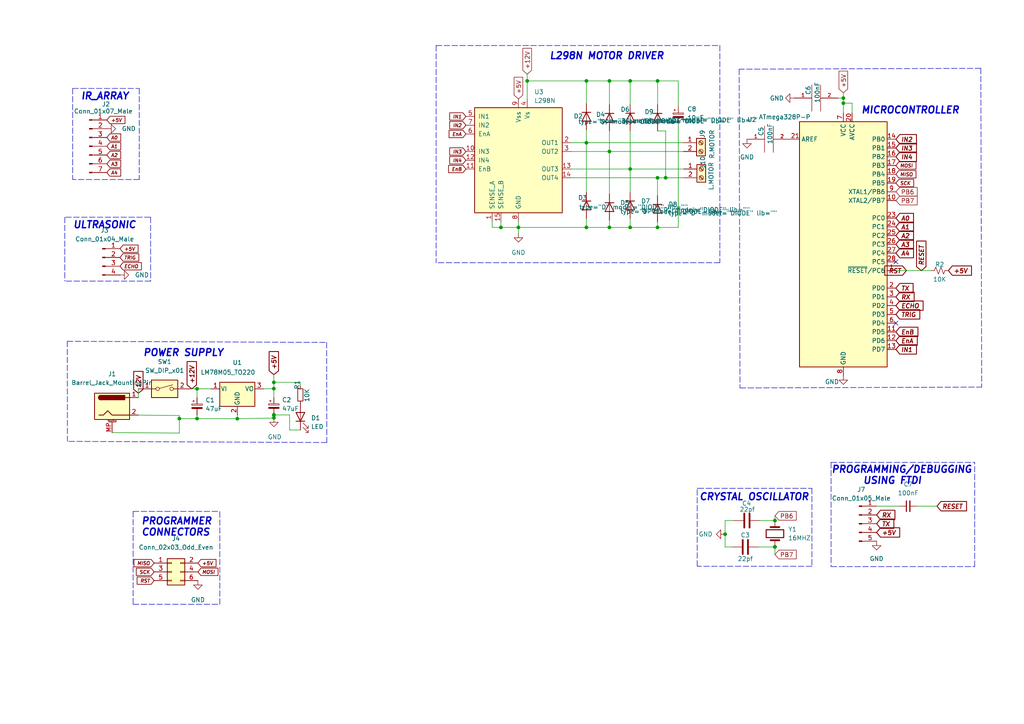
<source format=kicad_sch>
(kicad_sch (version 20211123) (generator eeschema)

  (uuid 65f57b63-9bda-46d0-a81b-8d57f25d8825)

  (paper "A4")

  (lib_symbols
    (symbol "Connector:Barrel_Jack_MountingPin" (pin_names hide) (in_bom yes) (on_board yes)
      (property "Reference" "J" (id 0) (at 0 5.334 0)
        (effects (font (size 1.27 1.27)))
      )
      (property "Value" "Barrel_Jack_MountingPin" (id 1) (at 1.27 -6.35 0)
        (effects (font (size 1.27 1.27)) (justify left))
      )
      (property "Footprint" "" (id 2) (at 1.27 -1.016 0)
        (effects (font (size 1.27 1.27)) hide)
      )
      (property "Datasheet" "~" (id 3) (at 1.27 -1.016 0)
        (effects (font (size 1.27 1.27)) hide)
      )
      (property "ki_keywords" "DC power barrel jack connector" (id 4) (at 0 0 0)
        (effects (font (size 1.27 1.27)) hide)
      )
      (property "ki_description" "DC Barrel Jack with a mounting pin" (id 5) (at 0 0 0)
        (effects (font (size 1.27 1.27)) hide)
      )
      (property "ki_fp_filters" "BarrelJack*" (id 6) (at 0 0 0)
        (effects (font (size 1.27 1.27)) hide)
      )
      (symbol "Barrel_Jack_MountingPin_0_1"
        (rectangle (start -5.08 3.81) (end 5.08 -3.81)
          (stroke (width 0.254) (type default) (color 0 0 0 0))
          (fill (type background))
        )
        (arc (start -3.302 3.175) (mid -3.937 2.54) (end -3.302 1.905)
          (stroke (width 0.254) (type default) (color 0 0 0 0))
          (fill (type none))
        )
        (arc (start -3.302 3.175) (mid -3.937 2.54) (end -3.302 1.905)
          (stroke (width 0.254) (type default) (color 0 0 0 0))
          (fill (type outline))
        )
        (polyline
          (pts
            (xy 5.08 2.54)
            (xy 3.81 2.54)
          )
          (stroke (width 0.254) (type default) (color 0 0 0 0))
          (fill (type none))
        )
        (polyline
          (pts
            (xy -3.81 -2.54)
            (xy -2.54 -2.54)
            (xy -1.27 -1.27)
            (xy 0 -2.54)
            (xy 2.54 -2.54)
            (xy 5.08 -2.54)
          )
          (stroke (width 0.254) (type default) (color 0 0 0 0))
          (fill (type none))
        )
        (rectangle (start 3.683 3.175) (end -3.302 1.905)
          (stroke (width 0.254) (type default) (color 0 0 0 0))
          (fill (type outline))
        )
      )
      (symbol "Barrel_Jack_MountingPin_1_1"
        (polyline
          (pts
            (xy -1.016 -4.572)
            (xy 1.016 -4.572)
          )
          (stroke (width 0.1524) (type default) (color 0 0 0 0))
          (fill (type none))
        )
        (text "Mounting" (at 0 -4.191 0)
          (effects (font (size 0.381 0.381)))
        )
        (pin passive line (at 7.62 2.54 180) (length 2.54)
          (name "~" (effects (font (size 1.27 1.27))))
          (number "1" (effects (font (size 1.27 1.27))))
        )
        (pin passive line (at 7.62 -2.54 180) (length 2.54)
          (name "~" (effects (font (size 1.27 1.27))))
          (number "2" (effects (font (size 1.27 1.27))))
        )
        (pin passive line (at 0 -7.62 90) (length 3.048)
          (name "MountPin" (effects (font (size 1.27 1.27))))
          (number "MP" (effects (font (size 1.27 1.27))))
        )
      )
    )
    (symbol "Connector:Conn_01x04_Male" (pin_names (offset 1.016) hide) (in_bom yes) (on_board yes)
      (property "Reference" "J" (id 0) (at 0 5.08 0)
        (effects (font (size 1.27 1.27)))
      )
      (property "Value" "Conn_01x04_Male" (id 1) (at 0 -7.62 0)
        (effects (font (size 1.27 1.27)))
      )
      (property "Footprint" "" (id 2) (at 0 0 0)
        (effects (font (size 1.27 1.27)) hide)
      )
      (property "Datasheet" "~" (id 3) (at 0 0 0)
        (effects (font (size 1.27 1.27)) hide)
      )
      (property "ki_keywords" "connector" (id 4) (at 0 0 0)
        (effects (font (size 1.27 1.27)) hide)
      )
      (property "ki_description" "Generic connector, single row, 01x04, script generated (kicad-library-utils/schlib/autogen/connector/)" (id 5) (at 0 0 0)
        (effects (font (size 1.27 1.27)) hide)
      )
      (property "ki_fp_filters" "Connector*:*_1x??_*" (id 6) (at 0 0 0)
        (effects (font (size 1.27 1.27)) hide)
      )
      (symbol "Conn_01x04_Male_1_1"
        (polyline
          (pts
            (xy 1.27 -5.08)
            (xy 0.8636 -5.08)
          )
          (stroke (width 0.1524) (type default) (color 0 0 0 0))
          (fill (type none))
        )
        (polyline
          (pts
            (xy 1.27 -2.54)
            (xy 0.8636 -2.54)
          )
          (stroke (width 0.1524) (type default) (color 0 0 0 0))
          (fill (type none))
        )
        (polyline
          (pts
            (xy 1.27 0)
            (xy 0.8636 0)
          )
          (stroke (width 0.1524) (type default) (color 0 0 0 0))
          (fill (type none))
        )
        (polyline
          (pts
            (xy 1.27 2.54)
            (xy 0.8636 2.54)
          )
          (stroke (width 0.1524) (type default) (color 0 0 0 0))
          (fill (type none))
        )
        (rectangle (start 0.8636 -4.953) (end 0 -5.207)
          (stroke (width 0.1524) (type default) (color 0 0 0 0))
          (fill (type outline))
        )
        (rectangle (start 0.8636 -2.413) (end 0 -2.667)
          (stroke (width 0.1524) (type default) (color 0 0 0 0))
          (fill (type outline))
        )
        (rectangle (start 0.8636 0.127) (end 0 -0.127)
          (stroke (width 0.1524) (type default) (color 0 0 0 0))
          (fill (type outline))
        )
        (rectangle (start 0.8636 2.667) (end 0 2.413)
          (stroke (width 0.1524) (type default) (color 0 0 0 0))
          (fill (type outline))
        )
        (pin passive line (at 5.08 2.54 180) (length 3.81)
          (name "Pin_1" (effects (font (size 1.27 1.27))))
          (number "1" (effects (font (size 1.27 1.27))))
        )
        (pin passive line (at 5.08 0 180) (length 3.81)
          (name "Pin_2" (effects (font (size 1.27 1.27))))
          (number "2" (effects (font (size 1.27 1.27))))
        )
        (pin passive line (at 5.08 -2.54 180) (length 3.81)
          (name "Pin_3" (effects (font (size 1.27 1.27))))
          (number "3" (effects (font (size 1.27 1.27))))
        )
        (pin passive line (at 5.08 -5.08 180) (length 3.81)
          (name "Pin_4" (effects (font (size 1.27 1.27))))
          (number "4" (effects (font (size 1.27 1.27))))
        )
      )
    )
    (symbol "Connector:Conn_01x05_Male" (pin_names (offset 1.016) hide) (in_bom yes) (on_board yes)
      (property "Reference" "J" (id 0) (at 0 7.62 0)
        (effects (font (size 1.27 1.27)))
      )
      (property "Value" "Conn_01x05_Male" (id 1) (at 0 -7.62 0)
        (effects (font (size 1.27 1.27)))
      )
      (property "Footprint" "" (id 2) (at 0 0 0)
        (effects (font (size 1.27 1.27)) hide)
      )
      (property "Datasheet" "~" (id 3) (at 0 0 0)
        (effects (font (size 1.27 1.27)) hide)
      )
      (property "ki_keywords" "connector" (id 4) (at 0 0 0)
        (effects (font (size 1.27 1.27)) hide)
      )
      (property "ki_description" "Generic connector, single row, 01x05, script generated (kicad-library-utils/schlib/autogen/connector/)" (id 5) (at 0 0 0)
        (effects (font (size 1.27 1.27)) hide)
      )
      (property "ki_fp_filters" "Connector*:*_1x??_*" (id 6) (at 0 0 0)
        (effects (font (size 1.27 1.27)) hide)
      )
      (symbol "Conn_01x05_Male_1_1"
        (polyline
          (pts
            (xy 1.27 -5.08)
            (xy 0.8636 -5.08)
          )
          (stroke (width 0.1524) (type default) (color 0 0 0 0))
          (fill (type none))
        )
        (polyline
          (pts
            (xy 1.27 -2.54)
            (xy 0.8636 -2.54)
          )
          (stroke (width 0.1524) (type default) (color 0 0 0 0))
          (fill (type none))
        )
        (polyline
          (pts
            (xy 1.27 0)
            (xy 0.8636 0)
          )
          (stroke (width 0.1524) (type default) (color 0 0 0 0))
          (fill (type none))
        )
        (polyline
          (pts
            (xy 1.27 2.54)
            (xy 0.8636 2.54)
          )
          (stroke (width 0.1524) (type default) (color 0 0 0 0))
          (fill (type none))
        )
        (polyline
          (pts
            (xy 1.27 5.08)
            (xy 0.8636 5.08)
          )
          (stroke (width 0.1524) (type default) (color 0 0 0 0))
          (fill (type none))
        )
        (rectangle (start 0.8636 -4.953) (end 0 -5.207)
          (stroke (width 0.1524) (type default) (color 0 0 0 0))
          (fill (type outline))
        )
        (rectangle (start 0.8636 -2.413) (end 0 -2.667)
          (stroke (width 0.1524) (type default) (color 0 0 0 0))
          (fill (type outline))
        )
        (rectangle (start 0.8636 0.127) (end 0 -0.127)
          (stroke (width 0.1524) (type default) (color 0 0 0 0))
          (fill (type outline))
        )
        (rectangle (start 0.8636 2.667) (end 0 2.413)
          (stroke (width 0.1524) (type default) (color 0 0 0 0))
          (fill (type outline))
        )
        (rectangle (start 0.8636 5.207) (end 0 4.953)
          (stroke (width 0.1524) (type default) (color 0 0 0 0))
          (fill (type outline))
        )
        (pin passive line (at 5.08 5.08 180) (length 3.81)
          (name "Pin_1" (effects (font (size 1.27 1.27))))
          (number "1" (effects (font (size 1.27 1.27))))
        )
        (pin passive line (at 5.08 2.54 180) (length 3.81)
          (name "Pin_2" (effects (font (size 1.27 1.27))))
          (number "2" (effects (font (size 1.27 1.27))))
        )
        (pin passive line (at 5.08 0 180) (length 3.81)
          (name "Pin_3" (effects (font (size 1.27 1.27))))
          (number "3" (effects (font (size 1.27 1.27))))
        )
        (pin passive line (at 5.08 -2.54 180) (length 3.81)
          (name "Pin_4" (effects (font (size 1.27 1.27))))
          (number "4" (effects (font (size 1.27 1.27))))
        )
        (pin passive line (at 5.08 -5.08 180) (length 3.81)
          (name "Pin_5" (effects (font (size 1.27 1.27))))
          (number "5" (effects (font (size 1.27 1.27))))
        )
      )
    )
    (symbol "Connector:Conn_01x07_Male" (pin_names (offset 1.016) hide) (in_bom yes) (on_board yes)
      (property "Reference" "J" (id 0) (at 0 10.16 0)
        (effects (font (size 1.27 1.27)))
      )
      (property "Value" "Conn_01x07_Male" (id 1) (at 0 -10.16 0)
        (effects (font (size 1.27 1.27)))
      )
      (property "Footprint" "" (id 2) (at 0 0 0)
        (effects (font (size 1.27 1.27)) hide)
      )
      (property "Datasheet" "~" (id 3) (at 0 0 0)
        (effects (font (size 1.27 1.27)) hide)
      )
      (property "ki_keywords" "connector" (id 4) (at 0 0 0)
        (effects (font (size 1.27 1.27)) hide)
      )
      (property "ki_description" "Generic connector, single row, 01x07, script generated (kicad-library-utils/schlib/autogen/connector/)" (id 5) (at 0 0 0)
        (effects (font (size 1.27 1.27)) hide)
      )
      (property "ki_fp_filters" "Connector*:*_1x??_*" (id 6) (at 0 0 0)
        (effects (font (size 1.27 1.27)) hide)
      )
      (symbol "Conn_01x07_Male_1_1"
        (polyline
          (pts
            (xy 1.27 -7.62)
            (xy 0.8636 -7.62)
          )
          (stroke (width 0.1524) (type default) (color 0 0 0 0))
          (fill (type none))
        )
        (polyline
          (pts
            (xy 1.27 -5.08)
            (xy 0.8636 -5.08)
          )
          (stroke (width 0.1524) (type default) (color 0 0 0 0))
          (fill (type none))
        )
        (polyline
          (pts
            (xy 1.27 -2.54)
            (xy 0.8636 -2.54)
          )
          (stroke (width 0.1524) (type default) (color 0 0 0 0))
          (fill (type none))
        )
        (polyline
          (pts
            (xy 1.27 0)
            (xy 0.8636 0)
          )
          (stroke (width 0.1524) (type default) (color 0 0 0 0))
          (fill (type none))
        )
        (polyline
          (pts
            (xy 1.27 2.54)
            (xy 0.8636 2.54)
          )
          (stroke (width 0.1524) (type default) (color 0 0 0 0))
          (fill (type none))
        )
        (polyline
          (pts
            (xy 1.27 5.08)
            (xy 0.8636 5.08)
          )
          (stroke (width 0.1524) (type default) (color 0 0 0 0))
          (fill (type none))
        )
        (polyline
          (pts
            (xy 1.27 7.62)
            (xy 0.8636 7.62)
          )
          (stroke (width 0.1524) (type default) (color 0 0 0 0))
          (fill (type none))
        )
        (rectangle (start 0.8636 -7.493) (end 0 -7.747)
          (stroke (width 0.1524) (type default) (color 0 0 0 0))
          (fill (type outline))
        )
        (rectangle (start 0.8636 -4.953) (end 0 -5.207)
          (stroke (width 0.1524) (type default) (color 0 0 0 0))
          (fill (type outline))
        )
        (rectangle (start 0.8636 -2.413) (end 0 -2.667)
          (stroke (width 0.1524) (type default) (color 0 0 0 0))
          (fill (type outline))
        )
        (rectangle (start 0.8636 0.127) (end 0 -0.127)
          (stroke (width 0.1524) (type default) (color 0 0 0 0))
          (fill (type outline))
        )
        (rectangle (start 0.8636 2.667) (end 0 2.413)
          (stroke (width 0.1524) (type default) (color 0 0 0 0))
          (fill (type outline))
        )
        (rectangle (start 0.8636 5.207) (end 0 4.953)
          (stroke (width 0.1524) (type default) (color 0 0 0 0))
          (fill (type outline))
        )
        (rectangle (start 0.8636 7.747) (end 0 7.493)
          (stroke (width 0.1524) (type default) (color 0 0 0 0))
          (fill (type outline))
        )
        (pin passive line (at 5.08 7.62 180) (length 3.81)
          (name "Pin_1" (effects (font (size 1.27 1.27))))
          (number "1" (effects (font (size 1.27 1.27))))
        )
        (pin passive line (at 5.08 5.08 180) (length 3.81)
          (name "Pin_2" (effects (font (size 1.27 1.27))))
          (number "2" (effects (font (size 1.27 1.27))))
        )
        (pin passive line (at 5.08 2.54 180) (length 3.81)
          (name "Pin_3" (effects (font (size 1.27 1.27))))
          (number "3" (effects (font (size 1.27 1.27))))
        )
        (pin passive line (at 5.08 0 180) (length 3.81)
          (name "Pin_4" (effects (font (size 1.27 1.27))))
          (number "4" (effects (font (size 1.27 1.27))))
        )
        (pin passive line (at 5.08 -2.54 180) (length 3.81)
          (name "Pin_5" (effects (font (size 1.27 1.27))))
          (number "5" (effects (font (size 1.27 1.27))))
        )
        (pin passive line (at 5.08 -5.08 180) (length 3.81)
          (name "Pin_6" (effects (font (size 1.27 1.27))))
          (number "6" (effects (font (size 1.27 1.27))))
        )
        (pin passive line (at 5.08 -7.62 180) (length 3.81)
          (name "Pin_7" (effects (font (size 1.27 1.27))))
          (number "7" (effects (font (size 1.27 1.27))))
        )
      )
    )
    (symbol "Connector:Screw_Terminal_01x02" (pin_names (offset 1.016) hide) (in_bom yes) (on_board yes)
      (property "Reference" "J" (id 0) (at 0 2.54 0)
        (effects (font (size 1.27 1.27)))
      )
      (property "Value" "Screw_Terminal_01x02" (id 1) (at 0 -5.08 0)
        (effects (font (size 1.27 1.27)))
      )
      (property "Footprint" "" (id 2) (at 0 0 0)
        (effects (font (size 1.27 1.27)) hide)
      )
      (property "Datasheet" "~" (id 3) (at 0 0 0)
        (effects (font (size 1.27 1.27)) hide)
      )
      (property "ki_keywords" "screw terminal" (id 4) (at 0 0 0)
        (effects (font (size 1.27 1.27)) hide)
      )
      (property "ki_description" "Generic screw terminal, single row, 01x02, script generated (kicad-library-utils/schlib/autogen/connector/)" (id 5) (at 0 0 0)
        (effects (font (size 1.27 1.27)) hide)
      )
      (property "ki_fp_filters" "TerminalBlock*:*" (id 6) (at 0 0 0)
        (effects (font (size 1.27 1.27)) hide)
      )
      (symbol "Screw_Terminal_01x02_1_1"
        (rectangle (start -1.27 1.27) (end 1.27 -3.81)
          (stroke (width 0.254) (type default) (color 0 0 0 0))
          (fill (type background))
        )
        (circle (center 0 -2.54) (radius 0.635)
          (stroke (width 0.1524) (type default) (color 0 0 0 0))
          (fill (type none))
        )
        (polyline
          (pts
            (xy -0.5334 -2.2098)
            (xy 0.3302 -3.048)
          )
          (stroke (width 0.1524) (type default) (color 0 0 0 0))
          (fill (type none))
        )
        (polyline
          (pts
            (xy -0.5334 0.3302)
            (xy 0.3302 -0.508)
          )
          (stroke (width 0.1524) (type default) (color 0 0 0 0))
          (fill (type none))
        )
        (polyline
          (pts
            (xy -0.3556 -2.032)
            (xy 0.508 -2.8702)
          )
          (stroke (width 0.1524) (type default) (color 0 0 0 0))
          (fill (type none))
        )
        (polyline
          (pts
            (xy -0.3556 0.508)
            (xy 0.508 -0.3302)
          )
          (stroke (width 0.1524) (type default) (color 0 0 0 0))
          (fill (type none))
        )
        (circle (center 0 0) (radius 0.635)
          (stroke (width 0.1524) (type default) (color 0 0 0 0))
          (fill (type none))
        )
        (pin passive line (at -5.08 0 0) (length 3.81)
          (name "Pin_1" (effects (font (size 1.27 1.27))))
          (number "1" (effects (font (size 1.27 1.27))))
        )
        (pin passive line (at -5.08 -2.54 0) (length 3.81)
          (name "Pin_2" (effects (font (size 1.27 1.27))))
          (number "2" (effects (font (size 1.27 1.27))))
        )
      )
    )
    (symbol "Connector_Generic:Conn_02x03_Odd_Even" (pin_names (offset 1.016) hide) (in_bom yes) (on_board yes)
      (property "Reference" "J" (id 0) (at 1.27 5.08 0)
        (effects (font (size 1.27 1.27)))
      )
      (property "Value" "Conn_02x03_Odd_Even" (id 1) (at 1.27 -5.08 0)
        (effects (font (size 1.27 1.27)))
      )
      (property "Footprint" "" (id 2) (at 0 0 0)
        (effects (font (size 1.27 1.27)) hide)
      )
      (property "Datasheet" "~" (id 3) (at 0 0 0)
        (effects (font (size 1.27 1.27)) hide)
      )
      (property "ki_keywords" "connector" (id 4) (at 0 0 0)
        (effects (font (size 1.27 1.27)) hide)
      )
      (property "ki_description" "Generic connector, double row, 02x03, odd/even pin numbering scheme (row 1 odd numbers, row 2 even numbers), script generated (kicad-library-utils/schlib/autogen/connector/)" (id 5) (at 0 0 0)
        (effects (font (size 1.27 1.27)) hide)
      )
      (property "ki_fp_filters" "Connector*:*_2x??_*" (id 6) (at 0 0 0)
        (effects (font (size 1.27 1.27)) hide)
      )
      (symbol "Conn_02x03_Odd_Even_1_1"
        (rectangle (start -1.27 -2.413) (end 0 -2.667)
          (stroke (width 0.1524) (type default) (color 0 0 0 0))
          (fill (type none))
        )
        (rectangle (start -1.27 0.127) (end 0 -0.127)
          (stroke (width 0.1524) (type default) (color 0 0 0 0))
          (fill (type none))
        )
        (rectangle (start -1.27 2.667) (end 0 2.413)
          (stroke (width 0.1524) (type default) (color 0 0 0 0))
          (fill (type none))
        )
        (rectangle (start -1.27 3.81) (end 3.81 -3.81)
          (stroke (width 0.254) (type default) (color 0 0 0 0))
          (fill (type background))
        )
        (rectangle (start 3.81 -2.413) (end 2.54 -2.667)
          (stroke (width 0.1524) (type default) (color 0 0 0 0))
          (fill (type none))
        )
        (rectangle (start 3.81 0.127) (end 2.54 -0.127)
          (stroke (width 0.1524) (type default) (color 0 0 0 0))
          (fill (type none))
        )
        (rectangle (start 3.81 2.667) (end 2.54 2.413)
          (stroke (width 0.1524) (type default) (color 0 0 0 0))
          (fill (type none))
        )
        (pin passive line (at -5.08 2.54 0) (length 3.81)
          (name "Pin_1" (effects (font (size 1.27 1.27))))
          (number "1" (effects (font (size 1.27 1.27))))
        )
        (pin passive line (at 7.62 2.54 180) (length 3.81)
          (name "Pin_2" (effects (font (size 1.27 1.27))))
          (number "2" (effects (font (size 1.27 1.27))))
        )
        (pin passive line (at -5.08 0 0) (length 3.81)
          (name "Pin_3" (effects (font (size 1.27 1.27))))
          (number "3" (effects (font (size 1.27 1.27))))
        )
        (pin passive line (at 7.62 0 180) (length 3.81)
          (name "Pin_4" (effects (font (size 1.27 1.27))))
          (number "4" (effects (font (size 1.27 1.27))))
        )
        (pin passive line (at -5.08 -2.54 0) (length 3.81)
          (name "Pin_5" (effects (font (size 1.27 1.27))))
          (number "5" (effects (font (size 1.27 1.27))))
        )
        (pin passive line (at 7.62 -2.54 180) (length 3.81)
          (name "Pin_6" (effects (font (size 1.27 1.27))))
          (number "6" (effects (font (size 1.27 1.27))))
        )
      )
    )
    (symbol "Device:C" (pin_numbers hide) (pin_names (offset 0.254)) (in_bom yes) (on_board yes)
      (property "Reference" "C" (id 0) (at 0.635 2.54 0)
        (effects (font (size 1.27 1.27)) (justify left))
      )
      (property "Value" "C" (id 1) (at 0.635 -2.54 0)
        (effects (font (size 1.27 1.27)) (justify left))
      )
      (property "Footprint" "" (id 2) (at 0.9652 -3.81 0)
        (effects (font (size 1.27 1.27)) hide)
      )
      (property "Datasheet" "~" (id 3) (at 0 0 0)
        (effects (font (size 1.27 1.27)) hide)
      )
      (property "ki_keywords" "cap capacitor" (id 4) (at 0 0 0)
        (effects (font (size 1.27 1.27)) hide)
      )
      (property "ki_description" "Unpolarized capacitor" (id 5) (at 0 0 0)
        (effects (font (size 1.27 1.27)) hide)
      )
      (property "ki_fp_filters" "C_*" (id 6) (at 0 0 0)
        (effects (font (size 1.27 1.27)) hide)
      )
      (symbol "C_0_1"
        (polyline
          (pts
            (xy -2.032 -0.762)
            (xy 2.032 -0.762)
          )
          (stroke (width 0.508) (type default) (color 0 0 0 0))
          (fill (type none))
        )
        (polyline
          (pts
            (xy -2.032 0.762)
            (xy 2.032 0.762)
          )
          (stroke (width 0.508) (type default) (color 0 0 0 0))
          (fill (type none))
        )
      )
      (symbol "C_1_1"
        (pin passive line (at 0 3.81 270) (length 2.794)
          (name "~" (effects (font (size 1.27 1.27))))
          (number "1" (effects (font (size 1.27 1.27))))
        )
        (pin passive line (at 0 -3.81 90) (length 2.794)
          (name "~" (effects (font (size 1.27 1.27))))
          (number "2" (effects (font (size 1.27 1.27))))
        )
      )
    )
    (symbol "Device:C_Polarized_Small" (pin_numbers hide) (pin_names (offset 0.254) hide) (in_bom yes) (on_board yes)
      (property "Reference" "C" (id 0) (at 0.254 1.778 0)
        (effects (font (size 1.27 1.27)) (justify left))
      )
      (property "Value" "C_Polarized_Small" (id 1) (at 0.254 -2.032 0)
        (effects (font (size 1.27 1.27)) (justify left))
      )
      (property "Footprint" "" (id 2) (at 0 0 0)
        (effects (font (size 1.27 1.27)) hide)
      )
      (property "Datasheet" "~" (id 3) (at 0 0 0)
        (effects (font (size 1.27 1.27)) hide)
      )
      (property "ki_keywords" "cap capacitor" (id 4) (at 0 0 0)
        (effects (font (size 1.27 1.27)) hide)
      )
      (property "ki_description" "Polarized capacitor, small symbol" (id 5) (at 0 0 0)
        (effects (font (size 1.27 1.27)) hide)
      )
      (property "ki_fp_filters" "CP_*" (id 6) (at 0 0 0)
        (effects (font (size 1.27 1.27)) hide)
      )
      (symbol "C_Polarized_Small_0_1"
        (rectangle (start -1.524 -0.3048) (end 1.524 -0.6858)
          (stroke (width 0) (type default) (color 0 0 0 0))
          (fill (type outline))
        )
        (rectangle (start -1.524 0.6858) (end 1.524 0.3048)
          (stroke (width 0) (type default) (color 0 0 0 0))
          (fill (type none))
        )
        (polyline
          (pts
            (xy -1.27 1.524)
            (xy -0.762 1.524)
          )
          (stroke (width 0) (type default) (color 0 0 0 0))
          (fill (type none))
        )
        (polyline
          (pts
            (xy -1.016 1.27)
            (xy -1.016 1.778)
          )
          (stroke (width 0) (type default) (color 0 0 0 0))
          (fill (type none))
        )
      )
      (symbol "C_Polarized_Small_1_1"
        (pin passive line (at 0 2.54 270) (length 1.8542)
          (name "~" (effects (font (size 1.27 1.27))))
          (number "1" (effects (font (size 1.27 1.27))))
        )
        (pin passive line (at 0 -2.54 90) (length 1.8542)
          (name "~" (effects (font (size 1.27 1.27))))
          (number "2" (effects (font (size 1.27 1.27))))
        )
      )
    )
    (symbol "Device:C_Small" (pin_numbers hide) (pin_names (offset 0.254) hide) (in_bom yes) (on_board yes)
      (property "Reference" "C" (id 0) (at 0.254 1.778 0)
        (effects (font (size 1.27 1.27)) (justify left))
      )
      (property "Value" "C_Small" (id 1) (at 0.254 -2.032 0)
        (effects (font (size 1.27 1.27)) (justify left))
      )
      (property "Footprint" "" (id 2) (at 0 0 0)
        (effects (font (size 1.27 1.27)) hide)
      )
      (property "Datasheet" "~" (id 3) (at 0 0 0)
        (effects (font (size 1.27 1.27)) hide)
      )
      (property "ki_keywords" "capacitor cap" (id 4) (at 0 0 0)
        (effects (font (size 1.27 1.27)) hide)
      )
      (property "ki_description" "Unpolarized capacitor, small symbol" (id 5) (at 0 0 0)
        (effects (font (size 1.27 1.27)) hide)
      )
      (property "ki_fp_filters" "C_*" (id 6) (at 0 0 0)
        (effects (font (size 1.27 1.27)) hide)
      )
      (symbol "C_Small_0_1"
        (polyline
          (pts
            (xy -1.524 -0.508)
            (xy 1.524 -0.508)
          )
          (stroke (width 0.3302) (type default) (color 0 0 0 0))
          (fill (type none))
        )
        (polyline
          (pts
            (xy -1.524 0.508)
            (xy 1.524 0.508)
          )
          (stroke (width 0.3048) (type default) (color 0 0 0 0))
          (fill (type none))
        )
      )
      (symbol "C_Small_1_1"
        (pin passive line (at 0 2.54 270) (length 2.032)
          (name "~" (effects (font (size 1.27 1.27))))
          (number "1" (effects (font (size 1.27 1.27))))
        )
        (pin passive line (at 0 -2.54 90) (length 2.032)
          (name "~" (effects (font (size 1.27 1.27))))
          (number "2" (effects (font (size 1.27 1.27))))
        )
      )
    )
    (symbol "Device:Crystal" (pin_numbers hide) (pin_names (offset 1.016) hide) (in_bom yes) (on_board yes)
      (property "Reference" "Y" (id 0) (at 0 3.81 0)
        (effects (font (size 1.27 1.27)))
      )
      (property "Value" "Crystal" (id 1) (at 0 -3.81 0)
        (effects (font (size 1.27 1.27)))
      )
      (property "Footprint" "" (id 2) (at 0 0 0)
        (effects (font (size 1.27 1.27)) hide)
      )
      (property "Datasheet" "~" (id 3) (at 0 0 0)
        (effects (font (size 1.27 1.27)) hide)
      )
      (property "ki_keywords" "quartz ceramic resonator oscillator" (id 4) (at 0 0 0)
        (effects (font (size 1.27 1.27)) hide)
      )
      (property "ki_description" "Two pin crystal" (id 5) (at 0 0 0)
        (effects (font (size 1.27 1.27)) hide)
      )
      (property "ki_fp_filters" "Crystal*" (id 6) (at 0 0 0)
        (effects (font (size 1.27 1.27)) hide)
      )
      (symbol "Crystal_0_1"
        (rectangle (start -1.143 2.54) (end 1.143 -2.54)
          (stroke (width 0.3048) (type default) (color 0 0 0 0))
          (fill (type none))
        )
        (polyline
          (pts
            (xy -2.54 0)
            (xy -1.905 0)
          )
          (stroke (width 0) (type default) (color 0 0 0 0))
          (fill (type none))
        )
        (polyline
          (pts
            (xy -1.905 -1.27)
            (xy -1.905 1.27)
          )
          (stroke (width 0.508) (type default) (color 0 0 0 0))
          (fill (type none))
        )
        (polyline
          (pts
            (xy 1.905 -1.27)
            (xy 1.905 1.27)
          )
          (stroke (width 0.508) (type default) (color 0 0 0 0))
          (fill (type none))
        )
        (polyline
          (pts
            (xy 2.54 0)
            (xy 1.905 0)
          )
          (stroke (width 0) (type default) (color 0 0 0 0))
          (fill (type none))
        )
      )
      (symbol "Crystal_1_1"
        (pin passive line (at -3.81 0 0) (length 1.27)
          (name "1" (effects (font (size 1.27 1.27))))
          (number "1" (effects (font (size 1.27 1.27))))
        )
        (pin passive line (at 3.81 0 180) (length 1.27)
          (name "2" (effects (font (size 1.27 1.27))))
          (number "2" (effects (font (size 1.27 1.27))))
        )
      )
    )
    (symbol "Device:LED" (pin_numbers hide) (pin_names (offset 1.016) hide) (in_bom yes) (on_board yes)
      (property "Reference" "D" (id 0) (at 0 2.54 0)
        (effects (font (size 1.27 1.27)))
      )
      (property "Value" "LED" (id 1) (at 0 -2.54 0)
        (effects (font (size 1.27 1.27)))
      )
      (property "Footprint" "" (id 2) (at 0 0 0)
        (effects (font (size 1.27 1.27)) hide)
      )
      (property "Datasheet" "~" (id 3) (at 0 0 0)
        (effects (font (size 1.27 1.27)) hide)
      )
      (property "ki_keywords" "LED diode" (id 4) (at 0 0 0)
        (effects (font (size 1.27 1.27)) hide)
      )
      (property "ki_description" "Light emitting diode" (id 5) (at 0 0 0)
        (effects (font (size 1.27 1.27)) hide)
      )
      (property "ki_fp_filters" "LED* LED_SMD:* LED_THT:*" (id 6) (at 0 0 0)
        (effects (font (size 1.27 1.27)) hide)
      )
      (symbol "LED_0_1"
        (polyline
          (pts
            (xy -1.27 -1.27)
            (xy -1.27 1.27)
          )
          (stroke (width 0.254) (type default) (color 0 0 0 0))
          (fill (type none))
        )
        (polyline
          (pts
            (xy -1.27 0)
            (xy 1.27 0)
          )
          (stroke (width 0) (type default) (color 0 0 0 0))
          (fill (type none))
        )
        (polyline
          (pts
            (xy 1.27 -1.27)
            (xy 1.27 1.27)
            (xy -1.27 0)
            (xy 1.27 -1.27)
          )
          (stroke (width 0.254) (type default) (color 0 0 0 0))
          (fill (type none))
        )
        (polyline
          (pts
            (xy -3.048 -0.762)
            (xy -4.572 -2.286)
            (xy -3.81 -2.286)
            (xy -4.572 -2.286)
            (xy -4.572 -1.524)
          )
          (stroke (width 0) (type default) (color 0 0 0 0))
          (fill (type none))
        )
        (polyline
          (pts
            (xy -1.778 -0.762)
            (xy -3.302 -2.286)
            (xy -2.54 -2.286)
            (xy -3.302 -2.286)
            (xy -3.302 -1.524)
          )
          (stroke (width 0) (type default) (color 0 0 0 0))
          (fill (type none))
        )
      )
      (symbol "LED_1_1"
        (pin passive line (at -3.81 0 0) (length 2.54)
          (name "K" (effects (font (size 1.27 1.27))))
          (number "1" (effects (font (size 1.27 1.27))))
        )
        (pin passive line (at 3.81 0 180) (length 2.54)
          (name "A" (effects (font (size 1.27 1.27))))
          (number "2" (effects (font (size 1.27 1.27))))
        )
      )
    )
    (symbol "Device:R_Small" (pin_numbers hide) (pin_names (offset 0.254) hide) (in_bom yes) (on_board yes)
      (property "Reference" "R" (id 0) (at 0.762 0.508 0)
        (effects (font (size 1.27 1.27)) (justify left))
      )
      (property "Value" "R_Small" (id 1) (at 0.762 -1.016 0)
        (effects (font (size 1.27 1.27)) (justify left))
      )
      (property "Footprint" "" (id 2) (at 0 0 0)
        (effects (font (size 1.27 1.27)) hide)
      )
      (property "Datasheet" "~" (id 3) (at 0 0 0)
        (effects (font (size 1.27 1.27)) hide)
      )
      (property "ki_keywords" "R resistor" (id 4) (at 0 0 0)
        (effects (font (size 1.27 1.27)) hide)
      )
      (property "ki_description" "Resistor, small symbol" (id 5) (at 0 0 0)
        (effects (font (size 1.27 1.27)) hide)
      )
      (property "ki_fp_filters" "R_*" (id 6) (at 0 0 0)
        (effects (font (size 1.27 1.27)) hide)
      )
      (symbol "R_Small_0_1"
        (rectangle (start -0.762 1.778) (end 0.762 -1.778)
          (stroke (width 0.2032) (type default) (color 0 0 0 0))
          (fill (type none))
        )
      )
      (symbol "R_Small_1_1"
        (pin passive line (at 0 2.54 270) (length 0.762)
          (name "~" (effects (font (size 1.27 1.27))))
          (number "1" (effects (font (size 1.27 1.27))))
        )
        (pin passive line (at 0 -2.54 90) (length 0.762)
          (name "~" (effects (font (size 1.27 1.27))))
          (number "2" (effects (font (size 1.27 1.27))))
        )
      )
    )
    (symbol "Device:R_Small_US" (pin_numbers hide) (pin_names (offset 0.254) hide) (in_bom yes) (on_board yes)
      (property "Reference" "R" (id 0) (at 0.762 0.508 0)
        (effects (font (size 1.27 1.27)) (justify left))
      )
      (property "Value" "R_Small_US" (id 1) (at 0.762 -1.016 0)
        (effects (font (size 1.27 1.27)) (justify left))
      )
      (property "Footprint" "" (id 2) (at 0 0 0)
        (effects (font (size 1.27 1.27)) hide)
      )
      (property "Datasheet" "~" (id 3) (at 0 0 0)
        (effects (font (size 1.27 1.27)) hide)
      )
      (property "ki_keywords" "r resistor" (id 4) (at 0 0 0)
        (effects (font (size 1.27 1.27)) hide)
      )
      (property "ki_description" "Resistor, small US symbol" (id 5) (at 0 0 0)
        (effects (font (size 1.27 1.27)) hide)
      )
      (property "ki_fp_filters" "R_*" (id 6) (at 0 0 0)
        (effects (font (size 1.27 1.27)) hide)
      )
      (symbol "R_Small_US_1_1"
        (polyline
          (pts
            (xy 0 0)
            (xy 1.016 -0.381)
            (xy 0 -0.762)
            (xy -1.016 -1.143)
            (xy 0 -1.524)
          )
          (stroke (width 0) (type default) (color 0 0 0 0))
          (fill (type none))
        )
        (polyline
          (pts
            (xy 0 1.524)
            (xy 1.016 1.143)
            (xy 0 0.762)
            (xy -1.016 0.381)
            (xy 0 0)
          )
          (stroke (width 0) (type default) (color 0 0 0 0))
          (fill (type none))
        )
        (pin passive line (at 0 2.54 270) (length 1.016)
          (name "~" (effects (font (size 1.27 1.27))))
          (number "1" (effects (font (size 1.27 1.27))))
        )
        (pin passive line (at 0 -2.54 90) (length 1.016)
          (name "~" (effects (font (size 1.27 1.27))))
          (number "2" (effects (font (size 1.27 1.27))))
        )
      )
    )
    (symbol "Driver_Motor:L298N" (pin_names (offset 1.016)) (in_bom yes) (on_board yes)
      (property "Reference" "U" (id 0) (at -10.16 16.51 0)
        (effects (font (size 1.27 1.27)) (justify right))
      )
      (property "Value" "L298N" (id 1) (at 12.7 16.51 0)
        (effects (font (size 1.27 1.27)) (justify right))
      )
      (property "Footprint" "Package_TO_SOT_THT:TO-220-15_P2.54x2.54mm_StaggerOdd_Lead4.58mm_Vertical" (id 2) (at 1.27 -16.51 0)
        (effects (font (size 1.27 1.27)) (justify left) hide)
      )
      (property "Datasheet" "http://www.st.com/st-web-ui/static/active/en/resource/technical/document/datasheet/CD00000240.pdf" (id 3) (at 3.81 6.35 0)
        (effects (font (size 1.27 1.27)) hide)
      )
      (property "ki_keywords" "H-bridge motor driver" (id 4) (at 0 0 0)
        (effects (font (size 1.27 1.27)) hide)
      )
      (property "ki_description" "Dual full bridge motor driver, up to 46V, 4A, Multiwatt15-V" (id 5) (at 0 0 0)
        (effects (font (size 1.27 1.27)) hide)
      )
      (property "ki_fp_filters" "TO?220*StaggerOdd*Vertical*" (id 6) (at 0 0 0)
        (effects (font (size 1.27 1.27)) hide)
      )
      (symbol "L298N_0_1"
        (rectangle (start -12.7 15.24) (end 12.7 -15.24)
          (stroke (width 0.254) (type default) (color 0 0 0 0))
          (fill (type background))
        )
      )
      (symbol "L298N_1_1"
        (pin power_in line (at -7.62 -17.78 90) (length 2.54)
          (name "SENSE_A" (effects (font (size 1.27 1.27))))
          (number "1" (effects (font (size 1.27 1.27))))
        )
        (pin input line (at -15.24 2.54 0) (length 2.54)
          (name "IN3" (effects (font (size 1.27 1.27))))
          (number "10" (effects (font (size 1.27 1.27))))
        )
        (pin input line (at -15.24 -2.54 0) (length 2.54)
          (name "EnB" (effects (font (size 1.27 1.27))))
          (number "11" (effects (font (size 1.27 1.27))))
        )
        (pin input line (at -15.24 0 0) (length 2.54)
          (name "IN4" (effects (font (size 1.27 1.27))))
          (number "12" (effects (font (size 1.27 1.27))))
        )
        (pin output line (at 15.24 -2.54 180) (length 2.54)
          (name "OUT3" (effects (font (size 1.27 1.27))))
          (number "13" (effects (font (size 1.27 1.27))))
        )
        (pin output line (at 15.24 -5.08 180) (length 2.54)
          (name "OUT4" (effects (font (size 1.27 1.27))))
          (number "14" (effects (font (size 1.27 1.27))))
        )
        (pin power_in line (at -5.08 -17.78 90) (length 2.54)
          (name "SENSE_B" (effects (font (size 1.27 1.27))))
          (number "15" (effects (font (size 1.27 1.27))))
        )
        (pin output line (at 15.24 5.08 180) (length 2.54)
          (name "OUT1" (effects (font (size 1.27 1.27))))
          (number "2" (effects (font (size 1.27 1.27))))
        )
        (pin output line (at 15.24 2.54 180) (length 2.54)
          (name "OUT2" (effects (font (size 1.27 1.27))))
          (number "3" (effects (font (size 1.27 1.27))))
        )
        (pin power_in line (at 2.54 17.78 270) (length 2.54)
          (name "Vs" (effects (font (size 1.27 1.27))))
          (number "4" (effects (font (size 1.27 1.27))))
        )
        (pin input line (at -15.24 12.7 0) (length 2.54)
          (name "IN1" (effects (font (size 1.27 1.27))))
          (number "5" (effects (font (size 1.27 1.27))))
        )
        (pin input line (at -15.24 7.62 0) (length 2.54)
          (name "EnA" (effects (font (size 1.27 1.27))))
          (number "6" (effects (font (size 1.27 1.27))))
        )
        (pin input line (at -15.24 10.16 0) (length 2.54)
          (name "IN2" (effects (font (size 1.27 1.27))))
          (number "7" (effects (font (size 1.27 1.27))))
        )
        (pin power_in line (at 0 -17.78 90) (length 2.54)
          (name "GND" (effects (font (size 1.27 1.27))))
          (number "8" (effects (font (size 1.27 1.27))))
        )
        (pin power_in line (at 0 17.78 270) (length 2.54)
          (name "Vss" (effects (font (size 1.27 1.27))))
          (number "9" (effects (font (size 1.27 1.27))))
        )
      )
    )
    (symbol "MCU_Microchip_ATmega:ATmega328P-P" (in_bom yes) (on_board yes)
      (property "Reference" "U" (id 0) (at -12.7 36.83 0)
        (effects (font (size 1.27 1.27)) (justify left bottom))
      )
      (property "Value" "ATmega328P-P" (id 1) (at 2.54 -36.83 0)
        (effects (font (size 1.27 1.27)) (justify left top))
      )
      (property "Footprint" "Package_DIP:DIP-28_W7.62mm" (id 2) (at 0 0 0)
        (effects (font (size 1.27 1.27) italic) hide)
      )
      (property "Datasheet" "http://ww1.microchip.com/downloads/en/DeviceDoc/ATmega328_P%20AVR%20MCU%20with%20picoPower%20Technology%20Data%20Sheet%2040001984A.pdf" (id 3) (at 0 0 0)
        (effects (font (size 1.27 1.27)) hide)
      )
      (property "ki_keywords" "AVR 8bit Microcontroller MegaAVR PicoPower" (id 4) (at 0 0 0)
        (effects (font (size 1.27 1.27)) hide)
      )
      (property "ki_description" "20MHz, 32kB Flash, 2kB SRAM, 1kB EEPROM, DIP-28" (id 5) (at 0 0 0)
        (effects (font (size 1.27 1.27)) hide)
      )
      (property "ki_fp_filters" "DIP*W7.62mm*" (id 6) (at 0 0 0)
        (effects (font (size 1.27 1.27)) hide)
      )
      (symbol "ATmega328P-P_0_1"
        (rectangle (start -12.7 -35.56) (end 12.7 35.56)
          (stroke (width 0.254) (type default) (color 0 0 0 0))
          (fill (type background))
        )
      )
      (symbol "ATmega328P-P_1_1"
        (pin bidirectional line (at 15.24 -7.62 180) (length 2.54)
          (name "~{RESET}/PC6" (effects (font (size 1.27 1.27))))
          (number "1" (effects (font (size 1.27 1.27))))
        )
        (pin bidirectional line (at 15.24 12.7 180) (length 2.54)
          (name "XTAL2/PB7" (effects (font (size 1.27 1.27))))
          (number "10" (effects (font (size 1.27 1.27))))
        )
        (pin bidirectional line (at 15.24 -25.4 180) (length 2.54)
          (name "PD5" (effects (font (size 1.27 1.27))))
          (number "11" (effects (font (size 1.27 1.27))))
        )
        (pin bidirectional line (at 15.24 -27.94 180) (length 2.54)
          (name "PD6" (effects (font (size 1.27 1.27))))
          (number "12" (effects (font (size 1.27 1.27))))
        )
        (pin bidirectional line (at 15.24 -30.48 180) (length 2.54)
          (name "PD7" (effects (font (size 1.27 1.27))))
          (number "13" (effects (font (size 1.27 1.27))))
        )
        (pin bidirectional line (at 15.24 30.48 180) (length 2.54)
          (name "PB0" (effects (font (size 1.27 1.27))))
          (number "14" (effects (font (size 1.27 1.27))))
        )
        (pin bidirectional line (at 15.24 27.94 180) (length 2.54)
          (name "PB1" (effects (font (size 1.27 1.27))))
          (number "15" (effects (font (size 1.27 1.27))))
        )
        (pin bidirectional line (at 15.24 25.4 180) (length 2.54)
          (name "PB2" (effects (font (size 1.27 1.27))))
          (number "16" (effects (font (size 1.27 1.27))))
        )
        (pin bidirectional line (at 15.24 22.86 180) (length 2.54)
          (name "PB3" (effects (font (size 1.27 1.27))))
          (number "17" (effects (font (size 1.27 1.27))))
        )
        (pin bidirectional line (at 15.24 20.32 180) (length 2.54)
          (name "PB4" (effects (font (size 1.27 1.27))))
          (number "18" (effects (font (size 1.27 1.27))))
        )
        (pin bidirectional line (at 15.24 17.78 180) (length 2.54)
          (name "PB5" (effects (font (size 1.27 1.27))))
          (number "19" (effects (font (size 1.27 1.27))))
        )
        (pin bidirectional line (at 15.24 -12.7 180) (length 2.54)
          (name "PD0" (effects (font (size 1.27 1.27))))
          (number "2" (effects (font (size 1.27 1.27))))
        )
        (pin power_in line (at 2.54 38.1 270) (length 2.54)
          (name "AVCC" (effects (font (size 1.27 1.27))))
          (number "20" (effects (font (size 1.27 1.27))))
        )
        (pin passive line (at -15.24 30.48 0) (length 2.54)
          (name "AREF" (effects (font (size 1.27 1.27))))
          (number "21" (effects (font (size 1.27 1.27))))
        )
        (pin passive line (at 0 -38.1 90) (length 2.54) hide
          (name "GND" (effects (font (size 1.27 1.27))))
          (number "22" (effects (font (size 1.27 1.27))))
        )
        (pin bidirectional line (at 15.24 7.62 180) (length 2.54)
          (name "PC0" (effects (font (size 1.27 1.27))))
          (number "23" (effects (font (size 1.27 1.27))))
        )
        (pin bidirectional line (at 15.24 5.08 180) (length 2.54)
          (name "PC1" (effects (font (size 1.27 1.27))))
          (number "24" (effects (font (size 1.27 1.27))))
        )
        (pin bidirectional line (at 15.24 2.54 180) (length 2.54)
          (name "PC2" (effects (font (size 1.27 1.27))))
          (number "25" (effects (font (size 1.27 1.27))))
        )
        (pin bidirectional line (at 15.24 0 180) (length 2.54)
          (name "PC3" (effects (font (size 1.27 1.27))))
          (number "26" (effects (font (size 1.27 1.27))))
        )
        (pin bidirectional line (at 15.24 -2.54 180) (length 2.54)
          (name "PC4" (effects (font (size 1.27 1.27))))
          (number "27" (effects (font (size 1.27 1.27))))
        )
        (pin bidirectional line (at 15.24 -5.08 180) (length 2.54)
          (name "PC5" (effects (font (size 1.27 1.27))))
          (number "28" (effects (font (size 1.27 1.27))))
        )
        (pin bidirectional line (at 15.24 -15.24 180) (length 2.54)
          (name "PD1" (effects (font (size 1.27 1.27))))
          (number "3" (effects (font (size 1.27 1.27))))
        )
        (pin bidirectional line (at 15.24 -17.78 180) (length 2.54)
          (name "PD2" (effects (font (size 1.27 1.27))))
          (number "4" (effects (font (size 1.27 1.27))))
        )
        (pin bidirectional line (at 15.24 -20.32 180) (length 2.54)
          (name "PD3" (effects (font (size 1.27 1.27))))
          (number "5" (effects (font (size 1.27 1.27))))
        )
        (pin bidirectional line (at 15.24 -22.86 180) (length 2.54)
          (name "PD4" (effects (font (size 1.27 1.27))))
          (number "6" (effects (font (size 1.27 1.27))))
        )
        (pin power_in line (at 0 38.1 270) (length 2.54)
          (name "VCC" (effects (font (size 1.27 1.27))))
          (number "7" (effects (font (size 1.27 1.27))))
        )
        (pin power_in line (at 0 -38.1 90) (length 2.54)
          (name "GND" (effects (font (size 1.27 1.27))))
          (number "8" (effects (font (size 1.27 1.27))))
        )
        (pin bidirectional line (at 15.24 15.24 180) (length 2.54)
          (name "XTAL1/PB6" (effects (font (size 1.27 1.27))))
          (number "9" (effects (font (size 1.27 1.27))))
        )
      )
    )
    (symbol "Regulator_Linear:LM78M05_TO220" (pin_names (offset 0.254)) (in_bom yes) (on_board yes)
      (property "Reference" "U" (id 0) (at -3.81 3.175 0)
        (effects (font (size 1.27 1.27)))
      )
      (property "Value" "LM78M05_TO220" (id 1) (at 0 3.175 0)
        (effects (font (size 1.27 1.27)) (justify left))
      )
      (property "Footprint" "Package_TO_SOT_THT:TO-220-3_Vertical" (id 2) (at 0 5.715 0)
        (effects (font (size 1.27 1.27) italic) hide)
      )
      (property "Datasheet" "https://www.onsemi.com/pub/Collateral/MC78M00-D.PDF" (id 3) (at 0 -1.27 0)
        (effects (font (size 1.27 1.27)) hide)
      )
      (property "ki_keywords" "Voltage Regulator 500mA Positive" (id 4) (at 0 0 0)
        (effects (font (size 1.27 1.27)) hide)
      )
      (property "ki_description" "Positive 500mA 35V Linear Regulator, Fixed Output 5V, TO-220" (id 5) (at 0 0 0)
        (effects (font (size 1.27 1.27)) hide)
      )
      (property "ki_fp_filters" "TO?220*" (id 6) (at 0 0 0)
        (effects (font (size 1.27 1.27)) hide)
      )
      (symbol "LM78M05_TO220_0_1"
        (rectangle (start -5.08 1.905) (end 5.08 -5.08)
          (stroke (width 0.254) (type default) (color 0 0 0 0))
          (fill (type background))
        )
      )
      (symbol "LM78M05_TO220_1_1"
        (pin power_in line (at -7.62 0 0) (length 2.54)
          (name "VI" (effects (font (size 1.27 1.27))))
          (number "1" (effects (font (size 1.27 1.27))))
        )
        (pin power_in line (at 0 -7.62 90) (length 2.54)
          (name "GND" (effects (font (size 1.27 1.27))))
          (number "2" (effects (font (size 1.27 1.27))))
        )
        (pin power_out line (at 7.62 0 180) (length 2.54)
          (name "VO" (effects (font (size 1.27 1.27))))
          (number "3" (effects (font (size 1.27 1.27))))
        )
      )
    )
    (symbol "Simulation_SPICE:DIODE" (pin_numbers hide) (pin_names (offset 1.016) hide) (in_bom yes) (on_board yes)
      (property "Reference" "D" (id 0) (at 0 2.54 0)
        (effects (font (size 1.27 1.27)))
      )
      (property "Value" "DIODE" (id 1) (at 0 -2.54 0)
        (effects (font (size 1.27 1.27)))
      )
      (property "Footprint" "" (id 2) (at 0 0 0)
        (effects (font (size 1.27 1.27)) hide)
      )
      (property "Datasheet" "~" (id 3) (at 0 0 0)
        (effects (font (size 1.27 1.27)) hide)
      )
      (property "Spice_Netlist_Enabled" "Y" (id 4) (at 0 0 0)
        (effects (font (size 1.27 1.27)) (justify left) hide)
      )
      (property "Spice_Primitive" "D" (id 5) (at 0 0 0)
        (effects (font (size 1.27 1.27)) (justify left) hide)
      )
      (property "ki_keywords" "simulation" (id 6) (at 0 0 0)
        (effects (font (size 1.27 1.27)) hide)
      )
      (property "ki_description" "Diode, anode on pin 1, for simulation only!" (id 7) (at 0 0 0)
        (effects (font (size 1.27 1.27)) hide)
      )
      (symbol "DIODE_0_1"
        (polyline
          (pts
            (xy 1.27 0)
            (xy -1.27 0)
          )
          (stroke (width 0) (type default) (color 0 0 0 0))
          (fill (type none))
        )
        (polyline
          (pts
            (xy 1.27 1.27)
            (xy 1.27 -1.27)
          )
          (stroke (width 0.254) (type default) (color 0 0 0 0))
          (fill (type none))
        )
        (polyline
          (pts
            (xy -1.27 -1.27)
            (xy -1.27 1.27)
            (xy 1.27 0)
            (xy -1.27 -1.27)
          )
          (stroke (width 0.254) (type default) (color 0 0 0 0))
          (fill (type none))
        )
      )
      (symbol "DIODE_1_1"
        (pin passive line (at -3.81 0 0) (length 2.54)
          (name "A" (effects (font (size 1.27 1.27))))
          (number "1" (effects (font (size 1.27 1.27))))
        )
        (pin passive line (at 3.81 0 180) (length 2.54)
          (name "K" (effects (font (size 1.27 1.27))))
          (number "2" (effects (font (size 1.27 1.27))))
        )
      )
    )
    (symbol "Switch:SW_DIP_x01" (pin_names (offset 0) hide) (in_bom yes) (on_board yes)
      (property "Reference" "SW" (id 0) (at 0 3.81 0)
        (effects (font (size 1.27 1.27)))
      )
      (property "Value" "SW_DIP_x01" (id 1) (at 0 -3.81 0)
        (effects (font (size 1.27 1.27)))
      )
      (property "Footprint" "" (id 2) (at 0 0 0)
        (effects (font (size 1.27 1.27)) hide)
      )
      (property "Datasheet" "~" (id 3) (at 0 0 0)
        (effects (font (size 1.27 1.27)) hide)
      )
      (property "ki_keywords" "dip switch" (id 4) (at 0 0 0)
        (effects (font (size 1.27 1.27)) hide)
      )
      (property "ki_description" "1x DIP Switch, Single Pole Single Throw (SPST) switch, small symbol" (id 5) (at 0 0 0)
        (effects (font (size 1.27 1.27)) hide)
      )
      (property "ki_fp_filters" "SW?DIP?x1*" (id 6) (at 0 0 0)
        (effects (font (size 1.27 1.27)) hide)
      )
      (symbol "SW_DIP_x01_0_0"
        (circle (center -2.032 0) (radius 0.508)
          (stroke (width 0) (type default) (color 0 0 0 0))
          (fill (type none))
        )
        (polyline
          (pts
            (xy -1.524 0.127)
            (xy 2.3622 1.1684)
          )
          (stroke (width 0) (type default) (color 0 0 0 0))
          (fill (type none))
        )
        (circle (center 2.032 0) (radius 0.508)
          (stroke (width 0) (type default) (color 0 0 0 0))
          (fill (type none))
        )
      )
      (symbol "SW_DIP_x01_0_1"
        (rectangle (start -3.81 2.54) (end 3.81 -2.54)
          (stroke (width 0.254) (type default) (color 0 0 0 0))
          (fill (type background))
        )
      )
      (symbol "SW_DIP_x01_1_1"
        (pin passive line (at -7.62 0 0) (length 5.08)
          (name "~" (effects (font (size 1.27 1.27))))
          (number "1" (effects (font (size 1.27 1.27))))
        )
        (pin passive line (at 7.62 0 180) (length 5.08)
          (name "~" (effects (font (size 1.27 1.27))))
          (number "2" (effects (font (size 1.27 1.27))))
        )
      )
    )
    (symbol "power:GND" (power) (pin_names (offset 0)) (in_bom yes) (on_board yes)
      (property "Reference" "#PWR" (id 0) (at 0 -6.35 0)
        (effects (font (size 1.27 1.27)) hide)
      )
      (property "Value" "GND" (id 1) (at 0 -3.81 0)
        (effects (font (size 1.27 1.27)))
      )
      (property "Footprint" "" (id 2) (at 0 0 0)
        (effects (font (size 1.27 1.27)) hide)
      )
      (property "Datasheet" "" (id 3) (at 0 0 0)
        (effects (font (size 1.27 1.27)) hide)
      )
      (property "ki_keywords" "power-flag" (id 4) (at 0 0 0)
        (effects (font (size 1.27 1.27)) hide)
      )
      (property "ki_description" "Power symbol creates a global label with name \"GND\" , ground" (id 5) (at 0 0 0)
        (effects (font (size 1.27 1.27)) hide)
      )
      (symbol "GND_0_1"
        (polyline
          (pts
            (xy 0 0)
            (xy 0 -1.27)
            (xy 1.27 -1.27)
            (xy 0 -2.54)
            (xy -1.27 -1.27)
            (xy 0 -1.27)
          )
          (stroke (width 0) (type default) (color 0 0 0 0))
          (fill (type none))
        )
      )
      (symbol "GND_1_1"
        (pin power_in line (at 0 0 270) (length 0) hide
          (name "GND" (effects (font (size 1.27 1.27))))
          (number "1" (effects (font (size 1.27 1.27))))
        )
      )
    )
    (symbol "pspice:CAP" (pin_names (offset 0.254)) (in_bom yes) (on_board yes)
      (property "Reference" "C" (id 0) (at 2.54 3.81 90)
        (effects (font (size 1.27 1.27)))
      )
      (property "Value" "CAP" (id 1) (at 2.54 -3.81 90)
        (effects (font (size 1.27 1.27)))
      )
      (property "Footprint" "" (id 2) (at 0 0 0)
        (effects (font (size 1.27 1.27)) hide)
      )
      (property "Datasheet" "~" (id 3) (at 0 0 0)
        (effects (font (size 1.27 1.27)) hide)
      )
      (property "ki_keywords" "simulation" (id 4) (at 0 0 0)
        (effects (font (size 1.27 1.27)) hide)
      )
      (property "ki_description" "Capacitor symbol for simulation only" (id 5) (at 0 0 0)
        (effects (font (size 1.27 1.27)) hide)
      )
      (symbol "CAP_0_1"
        (polyline
          (pts
            (xy -3.81 -1.27)
            (xy 3.81 -1.27)
          )
          (stroke (width 0) (type default) (color 0 0 0 0))
          (fill (type none))
        )
        (polyline
          (pts
            (xy -3.81 1.27)
            (xy 3.81 1.27)
          )
          (stroke (width 0) (type default) (color 0 0 0 0))
          (fill (type none))
        )
      )
      (symbol "CAP_1_1"
        (pin passive line (at 0 6.35 270) (length 5.08)
          (name "~" (effects (font (size 1.016 1.016))))
          (number "1" (effects (font (size 1.016 1.016))))
        )
        (pin passive line (at 0 -6.35 90) (length 5.08)
          (name "~" (effects (font (size 1.016 1.016))))
          (number "2" (effects (font (size 1.016 1.016))))
        )
      )
    )
  )

  (junction (at 79.4512 120.3452) (diameter 0) (color 0 0 0 0)
    (uuid 23a0fb64-665a-4feb-925c-8c57b79e01bc)
  )
  (junction (at 244.602 29.9212) (diameter 0) (color 0 0 0 0)
    (uuid 2606bcaa-4ca2-4014-9488-d30c2cb65e5b)
  )
  (junction (at 190.7032 51.562) (diameter 0) (color 0 0 0 0)
    (uuid 30ca8fb9-5e5c-42ba-ae96-b0169cd74c14)
  )
  (junction (at 145.288 65.9638) (diameter 0) (color 0 0 0 0)
    (uuid 324dff9e-a3a8-4092-8081-cde2447c17a6)
  )
  (junction (at 79.4258 120.3452) (diameter 0) (color 0 0 0 0)
    (uuid 335bd167-5d8a-4561-b0fa-8e89431bf13f)
  )
  (junction (at 79.4512 121.2088) (diameter 0) (color 0 0 0 0)
    (uuid 337302cd-722b-47e1-8f2b-5ed10dee83ad)
  )
  (junction (at 224.7646 158.5976) (diameter 0) (color 0 0 0 0)
    (uuid 3dfe696f-3f62-4775-b1c4-32f65f06ff53)
  )
  (junction (at 224.7646 150.9776) (diameter 0) (color 0 0 0 0)
    (uuid 4315dfca-37c5-4b3c-869c-ea9d0c5fad61)
  )
  (junction (at 52.0192 121.412) (diameter 0) (color 0 0 0 0)
    (uuid 43aa0a04-969f-4799-b786-7cff548d5132)
  )
  (junction (at 170.0784 23.4696) (diameter 0) (color 0 0 0 0)
    (uuid 4413397d-b654-4679-8f3f-51e65a0e86ef)
  )
  (junction (at 176.7586 65.9638) (diameter 0) (color 0 0 0 0)
    (uuid 509d31e9-2411-4848-a776-a14266371af3)
  )
  (junction (at 244.602 28.448) (diameter 0) (color 0 0 0 0)
    (uuid 5417b660-5d7c-462d-b67a-ba36327067e7)
  )
  (junction (at 182.7784 65.9638) (diameter 0) (color 0 0 0 0)
    (uuid 559a4eac-08ac-41ac-89b8-e1b7c039467d)
  )
  (junction (at 57.15 121.412) (diameter 0) (color 0 0 0 0)
    (uuid 6278fe72-0b03-422e-85cf-8640a637f773)
  )
  (junction (at 79.4258 112.7252) (diameter 0) (color 0 0 0 0)
    (uuid 6d3d42c6-f7d6-4d8c-a557-6546ac285b9f)
  )
  (junction (at 150.368 65.9638) (diameter 0) (color 0 0 0 0)
    (uuid 6dcc5e10-529e-4269-833b-33fea6850ba8)
  )
  (junction (at 182.7784 23.4696) (diameter 0) (color 0 0 0 0)
    (uuid 732980bd-e3e7-44a4-b781-665e39e6ee7d)
  )
  (junction (at 68.834 121.4374) (diameter 0) (color 0 0 0 0)
    (uuid 7c131ea6-4b18-4589-977a-29a34c1f3ac6)
  )
  (junction (at 224.7646 158.6484) (diameter 0) (color 0 0 0 0)
    (uuid 812cbba3-da1d-4f11-8fb2-aa85501c3052)
  )
  (junction (at 170.0784 65.9638) (diameter 0) (color 0 0 0 0)
    (uuid 8d5927d8-f09c-4088-8c4a-e3aaf8093875)
  )
  (junction (at 182.7784 49.022) (diameter 0) (color 0 0 0 0)
    (uuid 91cf37fc-7588-45c3-bd03-1f2634ff0bc1)
  )
  (junction (at 152.908 23.4696) (diameter 0) (color 0 0 0 0)
    (uuid 9fe8d188-18f1-4676-83c0-e13f92ac2d22)
  )
  (junction (at 176.7586 23.4696) (diameter 0) (color 0 0 0 0)
    (uuid c0a1c38c-b939-45e2-b5e3-22afd60ae40b)
  )
  (junction (at 79.4258 110.8964) (diameter 0) (color 0 0 0 0)
    (uuid ce08aff4-a2c9-41c1-a5c9-63489d457771)
  )
  (junction (at 193.0654 51.562) (diameter 0) (color 0 0 0 0)
    (uuid ce8fcfb7-c6f0-476b-aa9f-ca800c7a84b8)
  )
  (junction (at 57.15 112.776) (diameter 0) (color 0 0 0 0)
    (uuid da1f44db-ca76-4b93-9dc2-6737de8d65dd)
  )
  (junction (at 190.7032 65.9638) (diameter 0) (color 0 0 0 0)
    (uuid dc922dd6-358f-4038-b481-3bcaf3070f5d)
  )
  (junction (at 190.7286 23.4696) (diameter 0) (color 0 0 0 0)
    (uuid de5c5955-95f5-4501-a4f1-382114f7299c)
  )
  (junction (at 170.0784 41.402) (diameter 0) (color 0 0 0 0)
    (uuid e036d28f-1bbb-4dc2-b1f3-3b8cb7f42e2b)
  )
  (junction (at 210.312 154.94) (diameter 0) (color 0 0 0 0)
    (uuid ec3d3211-e08f-4364-990c-28cccec18abf)
  )
  (junction (at 176.7586 43.942) (diameter 0) (color 0 0 0 0)
    (uuid ecc26e45-d5ff-4320-b501-d8cb6d9a5d43)
  )

  (no_connect (at 259.842 93.726) (uuid 82cad74a-81e8-4db8-8bcc-768849172e9f))
  (no_connect (at 259.842 75.946) (uuid 82cad74a-81e8-4db8-8bcc-768849172e9f))

  (wire (pts (xy 170.0784 41.402) (xy 165.608 41.402))
    (stroke (width 0) (type default) (color 0 0 0 0))
    (uuid 00358b28-634d-44e5-8710-ac3b611113a1)
  )
  (polyline (pts (xy 21.082 25.654) (xy 40.386 25.654))
    (stroke (width 0) (type default) (color 0 0 0 0))
    (uuid 01f213b0-4c97-4f92-b7e9-080a8857a125)
  )

  (wire (pts (xy 182.7784 65.9638) (xy 190.7032 65.9638))
    (stroke (width 0) (type default) (color 0 0 0 0))
    (uuid 02385be1-558f-4ec3-9b7f-30aa8853337b)
  )
  (wire (pts (xy 83.9978 120.3452) (xy 79.4512 120.3452))
    (stroke (width 0) (type default) (color 0 0 0 0))
    (uuid 059b9b17-551a-479b-89ec-435e2f9e31e2)
  )
  (wire (pts (xy 182.7784 63.3984) (xy 182.7784 65.9638))
    (stroke (width 0) (type default) (color 0 0 0 0))
    (uuid 06411ba7-e497-41f1-bf92-4609d1f88844)
  )
  (wire (pts (xy 79.4258 110.8964) (xy 79.4258 112.7252))
    (stroke (width 0) (type default) (color 0 0 0 0))
    (uuid 0694baff-f9d0-4177-9399-bb8cb3d44c71)
  )
  (polyline (pts (xy 214.376 20.066) (xy 214.63 112.522))
    (stroke (width 0) (type default) (color 0 0 0 0))
    (uuid 06fb0d11-3ee7-4225-aaea-186e1a617df7)
  )

  (wire (pts (xy 176.7586 23.4696) (xy 182.7784 23.4696))
    (stroke (width 0) (type default) (color 0 0 0 0))
    (uuid 094d16f3-5ff3-434b-9979-59112ec77415)
  )
  (wire (pts (xy 198.2216 43.942) (xy 176.7586 43.942))
    (stroke (width 0) (type default) (color 0 0 0 0))
    (uuid 09ddb458-8691-4f26-8ed0-ca9a28a198f7)
  )
  (wire (pts (xy 176.7586 30.353) (xy 176.7586 23.4696))
    (stroke (width 0) (type default) (color 0 0 0 0))
    (uuid 0b3b1664-1430-475f-b532-f3fce3309bf2)
  )
  (wire (pts (xy 212.8266 150.9776) (xy 210.312 150.9776))
    (stroke (width 0) (type default) (color 0 0 0 0))
    (uuid 0b6b2dc3-c0ba-4b31-bf6a-6403498764c7)
  )
  (wire (pts (xy 210.312 150.9776) (xy 210.312 154.94))
    (stroke (width 0) (type default) (color 0 0 0 0))
    (uuid 0b9d7727-2e02-452e-b800-9c0843f142bf)
  )
  (wire (pts (xy 259.842 78.486) (xy 270.002 78.486))
    (stroke (width 0) (type default) (color 0 0 0 0))
    (uuid 0eb62a9d-4105-4013-ad42-9a475dd2648b)
  )
  (polyline (pts (xy 126.492 13.208) (xy 126.492 76.2))
    (stroke (width 0) (type default) (color 0 0 0 0))
    (uuid 1302489e-f154-4876-8626-1e43b781649e)
  )

  (wire (pts (xy 32.512 125.476) (xy 52.0192 125.603))
    (stroke (width 0) (type default) (color 0 0 0 0))
    (uuid 160cb590-9f46-4c08-8721-9a9cf322a3f9)
  )
  (wire (pts (xy 57.15 120.396) (xy 57.15 121.412))
    (stroke (width 0) (type default) (color 0 0 0 0))
    (uuid 1a9f4298-8fb0-499d-a62c-8c037897485e)
  )
  (polyline (pts (xy 214.63 112.522) (xy 284.734 112.268))
    (stroke (width 0) (type default) (color 0 0 0 0))
    (uuid 1c6ac1c5-aadd-44c5-ae97-0bf1027b8c32)
  )
  (polyline (pts (xy 38.608 148.336) (xy 63.754 148.336))
    (stroke (width 0) (type default) (color 0 0 0 0))
    (uuid 1f5309a3-5306-4e11-826a-bb016d794cf6)
  )

  (wire (pts (xy 170.0784 55.7784) (xy 170.0784 41.402))
    (stroke (width 0) (type default) (color 0 0 0 0))
    (uuid 2017dc1b-cc5b-431f-be02-041549b2cd97)
  )
  (polyline (pts (xy 38.608 175.26) (xy 63.754 175.26))
    (stroke (width 0) (type default) (color 0 0 0 0))
    (uuid 20cc2091-93b6-4bcb-993b-e01a1ed022b1)
  )

  (wire (pts (xy 247.142 32.766) (xy 247.142 29.9212))
    (stroke (width 0) (type default) (color 0 0 0 0))
    (uuid 22a03e85-6d0d-4f07-a9dd-426c55c25fad)
  )
  (wire (pts (xy 68.834 120.396) (xy 68.834 121.4374))
    (stroke (width 0) (type default) (color 0 0 0 0))
    (uuid 2506ed37-4645-4637-888d-33004314956a)
  )
  (wire (pts (xy 145.288 64.262) (xy 145.288 65.9638))
    (stroke (width 0) (type default) (color 0 0 0 0))
    (uuid 26b70acc-fc0a-4297-87ba-becb21d955f4)
  )
  (wire (pts (xy 190.7286 30.353) (xy 190.7286 23.4696))
    (stroke (width 0) (type default) (color 0 0 0 0))
    (uuid 28fe30ef-f8a4-4262-9355-362b3c5616a0)
  )
  (wire (pts (xy 190.7032 51.562) (xy 190.7032 56.7436))
    (stroke (width 0) (type default) (color 0 0 0 0))
    (uuid 2af646d4-3983-4fb3-8346-869ff530cb4b)
  )
  (wire (pts (xy 176.7586 63.881) (xy 176.7586 65.9638))
    (stroke (width 0) (type default) (color 0 0 0 0))
    (uuid 2b752f38-13ad-4131-a0a3-bfb34e74584c)
  )
  (wire (pts (xy 224.7646 149.606) (xy 224.7646 150.9776))
    (stroke (width 0) (type default) (color 0 0 0 0))
    (uuid 2dc71b13-6873-412e-a946-9269d76f8928)
  )
  (wire (pts (xy 193.0654 37.973) (xy 193.0654 51.562))
    (stroke (width 0) (type default) (color 0 0 0 0))
    (uuid 305a0d51-3da4-4760-8e29-dec4afc66840)
  )
  (polyline (pts (xy 241.046 164.338) (xy 282.702 164.338))
    (stroke (width 0) (type default) (color 0 0 0 0))
    (uuid 352801a9-dade-4913-a9ba-7c9e59a0524e)
  )

  (wire (pts (xy 76.454 112.776) (xy 79.4258 112.7252))
    (stroke (width 0) (type default) (color 0 0 0 0))
    (uuid 3974ea1e-bb4b-49b4-9ea9-181b7050cb39)
  )
  (polyline (pts (xy 19.05 62.992) (xy 43.688 62.992))
    (stroke (width 0) (type default) (color 0 0 0 0))
    (uuid 39eda3ab-bbed-42da-bcb9-7a41d1578805)
  )

  (wire (pts (xy 150.368 65.9638) (xy 150.368 67.691))
    (stroke (width 0) (type default) (color 0 0 0 0))
    (uuid 3b233cd5-541d-4980-a735-f0485b7be96f)
  )
  (wire (pts (xy 182.7784 30.3022) (xy 182.7784 23.4696))
    (stroke (width 0) (type default) (color 0 0 0 0))
    (uuid 3e5c952a-f172-44ab-98bf-d0c79880a89d)
  )
  (wire (pts (xy 176.7586 43.942) (xy 165.608 43.942))
    (stroke (width 0) (type default) (color 0 0 0 0))
    (uuid 43141ee8-4155-4366-8a0e-5e6e47a29cf0)
  )
  (wire (pts (xy 52.0192 121.412) (xy 52.0192 120.523))
    (stroke (width 0) (type default) (color 0 0 0 0))
    (uuid 45470179-e8e7-46ed-ac6b-ed990f7bc9d5)
  )
  (wire (pts (xy 247.142 29.9212) (xy 244.602 29.9212))
    (stroke (width 0) (type default) (color 0 0 0 0))
    (uuid 494e0347-8a9b-4bca-9bd2-a5af6dbf916d)
  )
  (polyline (pts (xy 63.754 175.26) (xy 63.754 148.336))
    (stroke (width 0) (type default) (color 0 0 0 0))
    (uuid 49b8709b-1b23-4587-ac5a-6c6d013934d0)
  )

  (wire (pts (xy 152.908 23.4696) (xy 152.908 28.702))
    (stroke (width 0) (type default) (color 0 0 0 0))
    (uuid 4da829e4-b496-4f36-a8b9-532f3e05abe3)
  )
  (wire (pts (xy 56.9976 121.412) (xy 68.834 121.4374))
    (stroke (width 0) (type default) (color 0 0 0 0))
    (uuid 4ed5b0b6-e2bf-452f-a413-b0a88ac627a6)
  )
  (wire (pts (xy 170.0784 23.4696) (xy 176.7586 23.4696))
    (stroke (width 0) (type default) (color 0 0 0 0))
    (uuid 4f99f732-1d48-4306-8ac2-99c03ee21a29)
  )
  (polyline (pts (xy 19.5072 98.9838) (xy 19.558 128.016))
    (stroke (width 0) (type default) (color 0 0 0 0))
    (uuid 5501da31-6c9a-4897-a7fe-645dbf19f081)
  )

  (wire (pts (xy 212.3694 158.6484) (xy 210.312 158.6484))
    (stroke (width 0) (type default) (color 0 0 0 0))
    (uuid 571ba025-faa4-43d7-b308-688d189aeba0)
  )
  (wire (pts (xy 40.132 120.396) (xy 52.0192 120.523))
    (stroke (width 0) (type default) (color 0 0 0 0))
    (uuid 598ee441-ee88-4a42-be9c-01c3bec5712e)
  )
  (wire (pts (xy 190.7286 23.4696) (xy 196.723 23.4696))
    (stroke (width 0) (type default) (color 0 0 0 0))
    (uuid 5ab0a7e9-c8e8-41e7-b079-8b14735c9b8d)
  )
  (wire (pts (xy 170.0784 63.3984) (xy 170.0784 65.9638))
    (stroke (width 0) (type default) (color 0 0 0 0))
    (uuid 5b1bdbc0-3682-473c-bd5d-8246657a630b)
  )
  (wire (pts (xy 52.0192 121.412) (xy 56.9976 121.412))
    (stroke (width 0) (type default) (color 0 0 0 0))
    (uuid 6219f56b-82c8-4ed0-a8af-0061b694410f)
  )
  (polyline (pts (xy 208.788 76.2) (xy 126.492 76.2))
    (stroke (width 0) (type default) (color 0 0 0 0))
    (uuid 622e4dd6-e055-498a-9cb9-f05430cf9aad)
  )

  (wire (pts (xy 224.7646 158.6484) (xy 224.7646 158.5976))
    (stroke (width 0) (type default) (color 0 0 0 0))
    (uuid 6696ce54-c23f-45bb-b334-462eed0a6ea8)
  )
  (wire (pts (xy 68.834 121.4374) (xy 79.4512 121.2596))
    (stroke (width 0) (type default) (color 0 0 0 0))
    (uuid 6949d42f-1d34-486d-b27a-a7c29c79c955)
  )
  (polyline (pts (xy 202.4634 141.6304) (xy 235.4834 141.6304))
    (stroke (width 0) (type default) (color 0 0 0 0))
    (uuid 69f4ba92-8a53-4f2e-91fc-feb0723b9937)
  )

  (wire (pts (xy 170.0784 23.4696) (xy 152.908 23.4696))
    (stroke (width 0) (type default) (color 0 0 0 0))
    (uuid 6a800d83-1b5d-49cf-8cf8-7c48483dd378)
  )
  (wire (pts (xy 79.4258 120.3452) (xy 79.4512 120.3452))
    (stroke (width 0) (type default) (color 0 0 0 0))
    (uuid 6ad030fd-ac7e-4f7f-ae87-d5d4a9a110b0)
  )
  (wire (pts (xy 170.0784 30.0482) (xy 170.0784 23.4696))
    (stroke (width 0) (type default) (color 0 0 0 0))
    (uuid 6bd1808a-5928-47fb-8821-d501ad199204)
  )
  (wire (pts (xy 150.368 65.9638) (xy 170.0784 65.9638))
    (stroke (width 0) (type default) (color 0 0 0 0))
    (uuid 6e4d8e7e-4855-4dd1-9ce3-eafbe7fee855)
  )
  (wire (pts (xy 219.9894 158.6484) (xy 224.7646 158.6484))
    (stroke (width 0) (type default) (color 0 0 0 0))
    (uuid 6eb5682a-d948-4942-b952-c2876ee54356)
  )
  (wire (pts (xy 193.0654 51.562) (xy 198.3232 51.562))
    (stroke (width 0) (type default) (color 0 0 0 0))
    (uuid 7048a25d-e33f-411b-865a-c723a0d96f43)
  )
  (wire (pts (xy 57.15 112.776) (xy 57.15 115.316))
    (stroke (width 0) (type default) (color 0 0 0 0))
    (uuid 72357d31-126e-400e-818d-7667046b24bc)
  )
  (wire (pts (xy 170.0784 65.9638) (xy 176.7586 65.9638))
    (stroke (width 0) (type default) (color 0 0 0 0))
    (uuid 73df4dd9-82db-481a-be70-1a712c6b6c45)
  )
  (wire (pts (xy 190.7032 65.9638) (xy 196.723 65.9638))
    (stroke (width 0) (type default) (color 0 0 0 0))
    (uuid 772c68a0-42ba-4def-93ff-41ac25a6befa)
  )
  (polyline (pts (xy 202.2094 141.6304) (xy 202.4634 141.6304))
    (stroke (width 0) (type default) (color 0 0 0 0))
    (uuid 7a6cd174-f356-4265-aacd-657f60736f9e)
  )
  (polyline (pts (xy 241.046 134.112) (xy 241.046 164.338))
    (stroke (width 0) (type default) (color 0 0 0 0))
    (uuid 7f13d4f5-adda-47ef-9d4e-4b41064ca755)
  )

  (wire (pts (xy 52.0192 125.603) (xy 52.0192 121.412))
    (stroke (width 0) (type default) (color 0 0 0 0))
    (uuid 7f7de864-42f8-4acd-9725-b0a14de71a0e)
  )
  (polyline (pts (xy 38.608 148.336) (xy 38.608 175.26))
    (stroke (width 0) (type default) (color 0 0 0 0))
    (uuid 81bad10d-a205-4509-b7a8-14f09cf6dfda)
  )

  (wire (pts (xy 182.7784 55.7784) (xy 182.7784 49.022))
    (stroke (width 0) (type default) (color 0 0 0 0))
    (uuid 82952fa6-f917-401c-bc60-7682d2792d08)
  )
  (wire (pts (xy 220.4466 150.9776) (xy 224.7646 150.9776))
    (stroke (width 0) (type default) (color 0 0 0 0))
    (uuid 885de922-1e7a-4ac2-b9a3-5a1381702623)
  )
  (polyline (pts (xy 19.5072 98.9838) (xy 94.742 99.314))
    (stroke (width 0) (type default) (color 0 0 0 0))
    (uuid 8a3103de-7beb-4fcd-a94e-78bae9bb764d)
  )
  (polyline (pts (xy 94.7928 128.3462) (xy 19.558 128.016))
    (stroke (width 0) (type default) (color 0 0 0 0))
    (uuid 8b3661e9-ccbe-4214-af89-ca20e9d8121f)
  )
  (polyline (pts (xy 241.046 134.112) (xy 282.702 134.112))
    (stroke (width 0) (type default) (color 0 0 0 0))
    (uuid 8f9ee706-22a7-4b9d-a8ca-9a3e7dd4cdbb)
  )

  (wire (pts (xy 198.3232 49.022) (xy 182.7784 49.022))
    (stroke (width 0) (type default) (color 0 0 0 0))
    (uuid 974c1527-ff84-4d50-a449-8dd680908d31)
  )
  (wire (pts (xy 79.4512 121.2088) (xy 79.4512 121.2596))
    (stroke (width 0) (type default) (color 0 0 0 0))
    (uuid 9832eaff-39dc-492a-9f18-954b9a482ba6)
  )
  (wire (pts (xy 57.15 112.776) (xy 61.214 112.776))
    (stroke (width 0) (type default) (color 0 0 0 0))
    (uuid 983c5fcf-c558-43cf-8ac2-08862abc0e98)
  )
  (polyline (pts (xy 43.688 81.534) (xy 18.796 81.534))
    (stroke (width 0) (type default) (color 0 0 0 0))
    (uuid 9ae79363-e01e-477f-bfe8-f3f329aa21a8)
  )
  (polyline (pts (xy 284.48 19.812) (xy 284.734 112.268))
    (stroke (width 0) (type default) (color 0 0 0 0))
    (uuid a07979f7-5dab-425c-b638-61ecd889358e)
  )

  (wire (pts (xy 170.0784 41.402) (xy 170.0784 37.6682))
    (stroke (width 0) (type default) (color 0 0 0 0))
    (uuid a08798c1-84d4-479d-a35e-5991986b7d33)
  )
  (polyline (pts (xy 235.4834 164.2364) (xy 202.2094 164.2364))
    (stroke (width 0) (type default) (color 0 0 0 0))
    (uuid a5850b24-eb5b-4a0e-9682-539fe50da0be)
  )

  (wire (pts (xy 152.908 21.5138) (xy 152.908 23.4696))
    (stroke (width 0) (type default) (color 0 0 0 0))
    (uuid abec0dd0-8b4e-4363-9f96-8f5faead8b10)
  )
  (polyline (pts (xy 235.4834 141.6304) (xy 235.4834 164.2364))
    (stroke (width 0) (type default) (color 0 0 0 0))
    (uuid ad6ca038-5fb7-41aa-bfa0-9aea22b9ff0a)
  )

  (wire (pts (xy 196.723 30.9118) (xy 196.723 23.4696))
    (stroke (width 0) (type default) (color 0 0 0 0))
    (uuid ae7ddcec-24a4-4e20-adb1-6d287e4d433c)
  )
  (polyline (pts (xy 43.688 62.992) (xy 43.688 81.534))
    (stroke (width 0) (type default) (color 0 0 0 0))
    (uuid ae823000-24aa-472d-b341-07c5a4f8005b)
  )

  (wire (pts (xy 142.748 64.262) (xy 142.748 65.9638))
    (stroke (width 0) (type default) (color 0 0 0 0))
    (uuid b0d93241-b27c-48f3-a273-55a1ad075284)
  )
  (wire (pts (xy 150.368 64.262) (xy 150.368 65.9638))
    (stroke (width 0) (type default) (color 0 0 0 0))
    (uuid b17e0707-5164-402d-8c8e-2bcd7b47a1a9)
  )
  (wire (pts (xy 87.122 110.8964) (xy 79.4258 110.8964))
    (stroke (width 0) (type default) (color 0 0 0 0))
    (uuid b3befbf6-fc44-44e5-b907-4881f1e8f72c)
  )
  (wire (pts (xy 165.608 51.562) (xy 190.7032 51.562))
    (stroke (width 0) (type default) (color 0 0 0 0))
    (uuid b465a86e-497d-4c86-b526-8fc71c3f3aef)
  )
  (wire (pts (xy 55.372 112.776) (xy 57.15 112.776))
    (stroke (width 0) (type default) (color 0 0 0 0))
    (uuid b4fcab5f-72bc-488d-9f03-3b71b9f470ac)
  )
  (wire (pts (xy 79.4258 108.6612) (xy 79.4258 110.8964))
    (stroke (width 0) (type default) (color 0 0 0 0))
    (uuid b5c0d42f-43dd-4fec-8048-90ade76fc43e)
  )
  (polyline (pts (xy 202.2094 164.2364) (xy 202.2094 141.6304))
    (stroke (width 0) (type default) (color 0 0 0 0))
    (uuid b8640842-c3f6-4696-ac13-5cd831145acf)
  )
  (polyline (pts (xy 40.386 52.07) (xy 21.082 52.07))
    (stroke (width 0) (type default) (color 0 0 0 0))
    (uuid b8de94c4-a84b-47b3-b4f0-a6dbc5108c27)
  )

  (wire (pts (xy 190.7286 37.973) (xy 193.0654 37.973))
    (stroke (width 0) (type default) (color 0 0 0 0))
    (uuid bbe3046c-7af0-496c-a2d0-cb6cc7cc56e2)
  )
  (wire (pts (xy 150.368 65.9638) (xy 145.288 65.9638))
    (stroke (width 0) (type default) (color 0 0 0 0))
    (uuid bc8b3fc3-4445-4438-bbde-fbce4021bfd9)
  )
  (polyline (pts (xy 282.702 164.338) (xy 282.702 134.112))
    (stroke (width 0) (type default) (color 0 0 0 0))
    (uuid bd56180c-b550-4f3a-b576-9874f46797c6)
  )

  (wire (pts (xy 40.132 112.776) (xy 40.132 115.316))
    (stroke (width 0) (type default) (color 0 0 0 0))
    (uuid c36cbb4d-9206-43c5-8a23-f20a6937b7ba)
  )
  (wire (pts (xy 176.7586 43.942) (xy 176.7586 37.973))
    (stroke (width 0) (type default) (color 0 0 0 0))
    (uuid c37288b4-398b-45df-ad35-396ca4da0d3f)
  )
  (wire (pts (xy 244.602 26.924) (xy 244.602 28.448))
    (stroke (width 0) (type default) (color 0 0 0 0))
    (uuid c4d0c75a-fe9d-4ebd-b645-f858e7d3b456)
  )
  (polyline (pts (xy 18.796 62.992) (xy 18.796 81.534))
    (stroke (width 0) (type default) (color 0 0 0 0))
    (uuid c526c386-6604-44f1-9595-227bcd4ccc17)
  )

  (wire (pts (xy 176.7586 56.261) (xy 176.7586 43.942))
    (stroke (width 0) (type default) (color 0 0 0 0))
    (uuid c80b4448-5c3c-4e10-bb61-528d791c24a3)
  )
  (wire (pts (xy 244.602 29.9212) (xy 244.602 32.766))
    (stroke (width 0) (type default) (color 0 0 0 0))
    (uuid ca97d683-1489-4d97-8a51-498b5feea42e)
  )
  (polyline (pts (xy 208.788 13.208) (xy 208.788 76.2))
    (stroke (width 0) (type default) (color 0 0 0 0))
    (uuid cc453a9f-b07c-4e2b-b1de-855bad491f9a)
  )

  (wire (pts (xy 210.312 158.6484) (xy 210.312 154.94))
    (stroke (width 0) (type default) (color 0 0 0 0))
    (uuid cd068e1a-5ee7-4d9b-a1ec-e430e81b8b4c)
  )
  (wire (pts (xy 176.7586 65.9638) (xy 182.7784 65.9638))
    (stroke (width 0) (type default) (color 0 0 0 0))
    (uuid cebf68be-8a06-4e9d-9cb4-0c151a5bd5c2)
  )
  (wire (pts (xy 198.2216 41.402) (xy 170.0784 41.402))
    (stroke (width 0) (type default) (color 0 0 0 0))
    (uuid d30de02b-ee76-4448-8530-fb3171ae318d)
  )
  (wire (pts (xy 83.9978 124.714) (xy 83.9978 120.3452))
    (stroke (width 0) (type default) (color 0 0 0 0))
    (uuid d3909049-ca54-46cd-b0f8-bde03595f5c7)
  )
  (wire (pts (xy 79.4512 120.3452) (xy 79.4512 121.2088))
    (stroke (width 0) (type default) (color 0 0 0 0))
    (uuid d41ee960-92a3-427c-81e8-7f51597d44d4)
  )
  (wire (pts (xy 254.254 146.812) (xy 260.858 146.812))
    (stroke (width 0) (type default) (color 0 0 0 0))
    (uuid d573953b-68c6-47fd-96b9-4fbbabd49d6e)
  )
  (wire (pts (xy 196.723 35.9918) (xy 196.723 65.9638))
    (stroke (width 0) (type default) (color 0 0 0 0))
    (uuid da8cce48-a206-4145-b0bf-99cefab67c39)
  )
  (wire (pts (xy 243.078 28.448) (xy 244.602 28.448))
    (stroke (width 0) (type default) (color 0 0 0 0))
    (uuid db2ceb8c-5040-4cd3-8186-4c214290e70e)
  )
  (polyline (pts (xy 40.386 25.654) (xy 40.386 52.07))
    (stroke (width 0) (type default) (color 0 0 0 0))
    (uuid dc194136-664d-4efd-9283-a1edcdcc7f0e)
  )

  (wire (pts (xy 190.7032 64.3636) (xy 190.7032 65.9638))
    (stroke (width 0) (type default) (color 0 0 0 0))
    (uuid de9e7374-e143-4d7d-889f-8a059a91babe)
  )
  (wire (pts (xy 265.938 146.812) (xy 271.78 146.812))
    (stroke (width 0) (type default) (color 0 0 0 0))
    (uuid e0a4ad97-56ee-438d-a3fe-4f1a070eebf5)
  )
  (wire (pts (xy 182.7784 23.4696) (xy 190.7286 23.4696))
    (stroke (width 0) (type default) (color 0 0 0 0))
    (uuid e4068724-f273-4693-8d37-bb7dddf5b530)
  )
  (polyline (pts (xy 94.742 99.314) (xy 94.7928 128.3462))
    (stroke (width 0) (type default) (color 0 0 0 0))
    (uuid e5a8d335-0dd4-4c93-9d7c-d43b607127ba)
  )

  (wire (pts (xy 182.7784 49.022) (xy 182.7784 37.9222))
    (stroke (width 0) (type default) (color 0 0 0 0))
    (uuid e6880cda-44f1-48b7-b549-81293f316a25)
  )
  (polyline (pts (xy 126.492 13.208) (xy 208.788 13.208))
    (stroke (width 0) (type default) (color 0 0 0 0))
    (uuid e7c43e8c-1038-4a26-accf-32060924237b)
  )

  (wire (pts (xy 145.288 65.9638) (xy 142.748 65.9638))
    (stroke (width 0) (type default) (color 0 0 0 0))
    (uuid e83ece48-e329-4861-96ea-2ee627442513)
  )
  (wire (pts (xy 79.4258 112.7252) (xy 79.4258 115.2652))
    (stroke (width 0) (type default) (color 0 0 0 0))
    (uuid e95b3949-4932-4f7e-b6f8-a16acf48dc0c)
  )
  (polyline (pts (xy 21.082 25.654) (xy 21.082 52.07))
    (stroke (width 0) (type default) (color 0 0 0 0))
    (uuid e9e9af17-e016-4737-ab9d-46ca63db9b0c)
  )

  (wire (pts (xy 224.7646 160.8328) (xy 224.7646 158.6484))
    (stroke (width 0) (type default) (color 0 0 0 0))
    (uuid f188982b-692a-4410-970b-f9fae0379310)
  )
  (polyline (pts (xy 284.48 19.812) (xy 214.376 20.066))
    (stroke (width 0) (type default) (color 0 0 0 0))
    (uuid f2e5926d-c502-4ffe-b256-e345c0b96bbe)
  )

  (wire (pts (xy 244.602 28.448) (xy 244.602 29.9212))
    (stroke (width 0) (type default) (color 0 0 0 0))
    (uuid f63fba90-916f-4d39-a415-bd810a6d65f3)
  )
  (wire (pts (xy 87.122 124.714) (xy 83.9978 124.714))
    (stroke (width 0) (type default) (color 0 0 0 0))
    (uuid f85bf606-b076-4c44-b05d-dd540b6b4c0e)
  )
  (wire (pts (xy 182.7784 49.022) (xy 165.608 49.022))
    (stroke (width 0) (type default) (color 0 0 0 0))
    (uuid f8905769-4093-44f1-bb79-57adb2ba2220)
  )
  (wire (pts (xy 87.122 112.014) (xy 87.122 110.8964))
    (stroke (width 0) (type default) (color 0 0 0 0))
    (uuid fa815813-f9ec-478e-a79b-d889fec89d2a)
  )
  (wire (pts (xy 190.7032 51.562) (xy 193.0654 51.562))
    (stroke (width 0) (type default) (color 0 0 0 0))
    (uuid fcc185bc-4814-495e-8893-411ea5bd9d97)
  )

  (text "CRYSTAL OSCILLATOR" (at 202.7174 145.4404 0)
    (effects (font (size 2 2) (thickness 0.4) bold italic) (justify left bottom))
    (uuid 2abb056b-4597-431c-8473-33f059f37dd6)
  )
  (text "PROGRAMMING/DEBUGGING\n      USING FTDI" (at 241.046 140.716 0)
    (effects (font (size 2 2) bold italic) (justify left bottom))
    (uuid 36aba87d-1d5a-4236-bf2a-18ea27ed6d86)
  )
  (text "ULTRASONIC" (at 21.082 66.548 0)
    (effects (font (size 2 2) bold italic) (justify left bottom))
    (uuid 411ea9a6-989c-4646-bb22-5c71e716b651)
  )
  (text "L298N MOTOR DRIVER\n" (at 159.258 17.526 0)
    (effects (font (size 2 2) bold italic) (justify left bottom))
    (uuid 95237f9a-eb3c-477b-9bfe-ee8929a418a0)
  )
  (text "MICROCONTROLLER " (at 249.682 33.274 0)
    (effects (font (size 2 2) (thickness 0.4) bold italic) (justify left bottom))
    (uuid c98f4efc-8aef-42bd-827c-3b9fe40b46f6)
  )
  (text "POWER SUPPLY" (at 41.402 103.632 0)
    (effects (font (size 2 2) bold italic) (justify left bottom))
    (uuid df0a8a4b-554f-4e31-9379-8c7049d624be)
  )
  (text "PROGRAMMER\nCONNECTORS" (at 40.894 155.702 0)
    (effects (font (size 2 2) bold italic) (justify left bottom))
    (uuid e1dd9f1d-18e0-4b24-86e3-d4066e4fba06)
  )
  (text "IR_ARRAY" (at 23.368 29.21 0)
    (effects (font (size 2 2) bold italic) (justify left bottom))
    (uuid ea04de74-b0ae-4ac8-9dfc-7524ef5210d3)
  )

  (global_label "RST" (shape input) (at 44.704 168.402 180) (fields_autoplaced)
    (effects (font (size 1 1) bold italic) (justify right))
    (uuid 012cedea-f626-475f-bc1a-dd22835361ef)
    (property "Intersheet References" "${INTERSHEET_REFS}" (id 0) (at 39.7385 168.302 0)
      (effects (font (size 1 1) bold italic) (justify right) hide)
    )
  )
  (global_label "PB6" (shape input) (at 259.842 55.626 0) (fields_autoplaced)
    (effects (font (size 1.27 1.27)) (justify left))
    (uuid 01feeb74-7804-44a2-9c19-1996db2f5e65)
    (property "Intersheet References" "${INTERSHEET_REFS}" (id 0) (at 266.0046 55.5466 0)
      (effects (font (size 1.27 1.27)) (justify left) hide)
    )
  )
  (global_label "SCK" (shape input) (at 44.704 165.862 180) (fields_autoplaced)
    (effects (font (size 1 1) bold italic) (justify right))
    (uuid 029c7646-8390-4dff-96e0-67ef4ed8f03c)
    (property "Intersheet References" "${INTERSHEET_REFS}" (id 0) (at 39.5004 165.762 0)
      (effects (font (size 1 1) bold italic) (justify right) hide)
    )
  )
  (global_label "RESET" (shape input) (at 271.78 146.812 0) (fields_autoplaced)
    (effects (font (size 1.27 1.27) bold italic) (justify left))
    (uuid 095cdfa5-bf9b-42fd-8169-fd1f80b5bc2a)
    (property "Intersheet References" "${INTERSHEET_REFS}" (id 0) (at 280.3843 146.685 0)
      (effects (font (size 1.27 1.27) bold italic) (justify left) hide)
    )
  )
  (global_label "+5V" (shape input) (at 150.368 28.702 90) (fields_autoplaced)
    (effects (font (size 1.27 1.27)) (justify left))
    (uuid 10302278-bb72-4e5f-877c-b1e2d00fa24f)
    (property "Intersheet References" "${INTERSHEET_REFS}" (id 0) (at 150.2886 22.4184 90)
      (effects (font (size 1.27 1.27)) (justify left) hide)
    )
  )
  (global_label "MISO" (shape input) (at 259.842 50.546 0) (fields_autoplaced)
    (effects (font (size 1 1) bold italic) (justify left))
    (uuid 1eca65f9-0d4a-44f9-909d-f6af1a0a33fe)
    (property "Intersheet References" "${INTERSHEET_REFS}" (id 0) (at 265.7123 50.446 0)
      (effects (font (size 1 1) bold italic) (justify left) hide)
    )
  )
  (global_label "PB7" (shape input) (at 259.842 58.166 0) (fields_autoplaced)
    (effects (font (size 1.27 1.27)) (justify left))
    (uuid 2018097c-6b85-4a53-8dd4-bc05c8f84926)
    (property "Intersheet References" "${INTERSHEET_REFS}" (id 0) (at 266.0046 58.0866 0)
      (effects (font (size 1.27 1.27)) (justify left) hide)
    )
  )
  (global_label "A0" (shape input) (at 259.842 63.246 0) (fields_autoplaced)
    (effects (font (size 1.27 1.27) bold italic) (justify left))
    (uuid 2b6aa1de-4d8e-4bf3-8feb-752fa1e00778)
    (property "Intersheet References" "${INTERSHEET_REFS}" (id 0) (at 264.9992 63.119 0)
      (effects (font (size 1.27 1.27) bold italic) (justify left) hide)
    )
  )
  (global_label "A4" (shape input) (at 259.842 73.406 0) (fields_autoplaced)
    (effects (font (size 1.27 1.27) bold italic) (justify left))
    (uuid 2c25a569-61f9-46b7-93e3-fed182242013)
    (property "Intersheet References" "${INTERSHEET_REFS}" (id 0) (at 264.9992 73.279 0)
      (effects (font (size 1.27 1.27) bold italic) (justify left) hide)
    )
  )
  (global_label "RST" (shape input) (at 262.89 78.486 180) (fields_autoplaced)
    (effects (font (size 1.27 1.27) bold italic) (justify right))
    (uuid 2d64a63c-2d8d-42dc-9fed-bc6164643eab)
    (property "Intersheet References" "${INTERSHEET_REFS}" (id 0) (at 256.5838 78.359 0)
      (effects (font (size 1.27 1.27) bold italic) (justify right) hide)
    )
  )
  (global_label "A1" (shape input) (at 30.988 42.418 0) (fields_autoplaced)
    (effects (font (size 1 1) bold italic) (justify left))
    (uuid 32e5ec30-7489-4c26-a152-211d09189f41)
    (property "Intersheet References" "${INTERSHEET_REFS}" (id 0) (at 35.0488 42.318 0)
      (effects (font (size 1 1) bold italic) (justify left) hide)
    )
  )
  (global_label "MOSI" (shape input) (at 259.842 48.006 0) (fields_autoplaced)
    (effects (font (size 1 1) bold italic) (justify left))
    (uuid 44bc9520-7703-4615-a8fe-ac5a79492cd3)
    (property "Intersheet References" "${INTERSHEET_REFS}" (id 0) (at 265.7123 47.906 0)
      (effects (font (size 1 1) bold italic) (justify left) hide)
    )
  )
  (global_label "+12V" (shape input) (at 55.626 112.776 90) (fields_autoplaced)
    (effects (font (size 1.27 1.27) bold italic) (justify left))
    (uuid 44d53a8a-3369-4ba5-80f6-37c2498fa0b4)
    (property "Intersheet References" "${INTERSHEET_REFS}" (id 0) (at 55.499 104.8369 90)
      (effects (font (size 1.27 1.27) bold italic) (justify left) hide)
    )
  )
  (global_label "IN2" (shape input) (at 135.128 36.322 180) (fields_autoplaced)
    (effects (font (size 1 1) bold italic) (justify right))
    (uuid 522d786c-3a92-4100-a3ae-24c55fd87f13)
    (property "Intersheet References" "${INTERSHEET_REFS}" (id 0) (at 130.4006 36.222 0)
      (effects (font (size 1 1) bold italic) (justify right) hide)
    )
  )
  (global_label "+5V" (shape input) (at 30.988 34.798 0) (fields_autoplaced)
    (effects (font (size 1 1) bold italic) (justify left))
    (uuid 54aa0a97-a4ff-4ba1-b445-37867aa0388e)
    (property "Intersheet References" "${INTERSHEET_REFS}" (id 0) (at 36.2869 34.698 0)
      (effects (font (size 1 1) bold italic) (justify left) hide)
    )
  )
  (global_label "RX" (shape input) (at 254.254 149.352 0) (fields_autoplaced)
    (effects (font (size 1.27 1.27) bold italic) (justify left))
    (uuid 5ab1aa57-b84a-4213-a3b0-738a9e7ad931)
    (property "Intersheet References" "${INTERSHEET_REFS}" (id 0) (at 259.5926 149.225 0)
      (effects (font (size 1.27 1.27) bold italic) (justify left) hide)
    )
  )
  (global_label "IN4" (shape input) (at 135.128 46.482 180) (fields_autoplaced)
    (effects (font (size 1 1) bold italic) (justify right))
    (uuid 5ccf6eed-97d1-4bc5-ac87-7c2bfef231aa)
    (property "Intersheet References" "${INTERSHEET_REFS}" (id 0) (at 130.4006 46.382 0)
      (effects (font (size 1 1) bold italic) (justify right) hide)
    )
  )
  (global_label "A4" (shape input) (at 30.988 50.038 0) (fields_autoplaced)
    (effects (font (size 1 1) bold italic) (justify left))
    (uuid 5d56c871-57d4-42fb-b45b-768676f6908d)
    (property "Intersheet References" "${INTERSHEET_REFS}" (id 0) (at 35.0488 49.938 0)
      (effects (font (size 1 1) bold italic) (justify left) hide)
    )
  )
  (global_label "+5V" (shape input) (at 79.4258 108.6612 90) (fields_autoplaced)
    (effects (font (size 1.27 1.27) bold italic) (justify left))
    (uuid 5e7df089-d584-4c47-94d0-95fdb9422bad)
    (property "Intersheet References" "${INTERSHEET_REFS}" (id 0) (at 79.2988 101.9316 90)
      (effects (font (size 1.27 1.27) bold italic) (justify left) hide)
    )
  )
  (global_label "PB6" (shape input) (at 224.7646 149.606 0) (fields_autoplaced)
    (effects (font (size 1.27 1.27)) (justify left))
    (uuid 5fed5eb1-2315-4d8c-ab68-d1272295a2ce)
    (property "Intersheet References" "${INTERSHEET_REFS}" (id 0) (at 230.9272 149.5266 0)
      (effects (font (size 1.27 1.27)) (justify left) hide)
    )
  )
  (global_label "MOSI" (shape input) (at 57.404 165.862 0) (fields_autoplaced)
    (effects (font (size 1 1) bold italic) (justify left))
    (uuid 668dee46-d3c0-4b36-bb01-1e261f1c6358)
    (property "Intersheet References" "${INTERSHEET_REFS}" (id 0) (at 63.2743 165.762 0)
      (effects (font (size 1 1) bold italic) (justify left) hide)
    )
  )
  (global_label "+12V" (shape input) (at 152.908 21.5138 90) (fields_autoplaced)
    (effects (font (size 1.27 1.27)) (justify left))
    (uuid 6e8227cc-7572-4b23-9bbc-d080d4f83d6f)
    (property "Intersheet References" "${INTERSHEET_REFS}" (id 0) (at 152.8286 14.0207 90)
      (effects (font (size 1.27 1.27)) (justify left) hide)
    )
  )
  (global_label "+5V" (shape input) (at 275.082 78.486 0) (fields_autoplaced)
    (effects (font (size 1.27 1.27) bold italic) (justify left))
    (uuid 74898078-ee28-43e9-a6f6-3a47a5c42afb)
    (property "Intersheet References" "${INTERSHEET_REFS}" (id 0) (at 281.8116 78.359 0)
      (effects (font (size 1.27 1.27) bold italic) (justify left) hide)
    )
  )
  (global_label "IN4" (shape input) (at 259.842 45.466 0) (fields_autoplaced)
    (effects (font (size 1.27 1.27) bold italic) (justify left))
    (uuid 78db57c3-52f6-4ea9-abef-806585cdc2e5)
    (property "Intersheet References" "${INTERSHEET_REFS}" (id 0) (at 265.8458 45.339 0)
      (effects (font (size 1.27 1.27) bold italic) (justify left) hide)
    )
  )
  (global_label "TRIG" (shape input) (at 34.798 74.676 0) (fields_autoplaced)
    (effects (font (size 1 1) bold italic) (justify left))
    (uuid 79b88462-0449-42f6-9cb5-a1fb14783e63)
    (property "Intersheet References" "${INTERSHEET_REFS}" (id 0) (at 40.2873 74.576 0)
      (effects (font (size 1 1) bold italic) (justify left) hide)
    )
  )
  (global_label "ECHO" (shape input) (at 34.798 77.216 0) (fields_autoplaced)
    (effects (font (size 1 1) bold italic) (justify left))
    (uuid 7d78e007-7381-41f6-8987-d1341c37a29f)
    (property "Intersheet References" "${INTERSHEET_REFS}" (id 0) (at 41.0492 77.116 0)
      (effects (font (size 1 1) bold italic) (justify left) hide)
    )
  )
  (global_label "+5V" (shape input) (at 34.798 72.136 0) (fields_autoplaced)
    (effects (font (size 1 1) bold italic) (justify left))
    (uuid 864da339-6c98-4b62-a55b-2d37c3cecff4)
    (property "Intersheet References" "${INTERSHEET_REFS}" (id 0) (at 40.0969 72.036 0)
      (effects (font (size 1 1) bold italic) (justify left) hide)
    )
  )
  (global_label "TX" (shape input) (at 254.254 151.892 0) (fields_autoplaced)
    (effects (font (size 1.27 1.27) bold italic) (justify left))
    (uuid 86d99ba9-a2e3-4c4e-a658-44b3a624ba30)
    (property "Intersheet References" "${INTERSHEET_REFS}" (id 0) (at 259.2902 151.765 0)
      (effects (font (size 1.27 1.27) bold italic) (justify left) hide)
    )
  )
  (global_label "EnA" (shape input) (at 259.842 98.806 0) (fields_autoplaced)
    (effects (font (size 1.27 1.27) bold italic) (justify left))
    (uuid 98013e4c-e479-42e6-8959-380d64314945)
    (property "Intersheet References" "${INTERSHEET_REFS}" (id 0) (at 266.0878 98.679 0)
      (effects (font (size 1.27 1.27) bold italic) (justify left) hide)
    )
  )
  (global_label "MISO" (shape input) (at 44.704 163.322 180) (fields_autoplaced)
    (effects (font (size 1 1) (thickness 0.2) bold italic) (justify right))
    (uuid 9c75b7c8-919c-4f94-90c0-e8d2f2aaae3b)
    (property "Intersheet References" "${INTERSHEET_REFS}" (id 0) (at 38.8337 163.222 0)
      (effects (font (size 1 1) (thickness 0.2) bold italic) (justify right) hide)
    )
  )
  (global_label "A0" (shape input) (at 30.988 39.878 0) (fields_autoplaced)
    (effects (font (size 1 1) bold italic) (justify left))
    (uuid a4014514-d10d-4d02-ab41-d5271382ecb6)
    (property "Intersheet References" "${INTERSHEET_REFS}" (id 0) (at 35.0488 39.778 0)
      (effects (font (size 1 1) bold italic) (justify left) hide)
    )
  )
  (global_label "IN1" (shape input) (at 259.842 101.346 0) (fields_autoplaced)
    (effects (font (size 1.27 1.27) bold italic) (justify left))
    (uuid a8854baa-33ad-4917-a679-63fdaf7cdba0)
    (property "Intersheet References" "${INTERSHEET_REFS}" (id 0) (at 265.8458 101.219 0)
      (effects (font (size 1.27 1.27) bold italic) (justify left) hide)
    )
  )
  (global_label "IN3" (shape input) (at 259.842 42.926 0) (fields_autoplaced)
    (effects (font (size 1.27 1.27) bold italic) (justify left))
    (uuid ab7d9a89-6c45-4cfd-8797-d047db42a96f)
    (property "Intersheet References" "${INTERSHEET_REFS}" (id 0) (at 265.8458 42.799 0)
      (effects (font (size 1.27 1.27) bold italic) (justify left) hide)
    )
  )
  (global_label "PB7" (shape input) (at 224.7646 160.8328 0) (fields_autoplaced)
    (effects (font (size 1.27 1.27)) (justify left))
    (uuid aea22eca-191b-4d85-9f36-66165eceb82b)
    (property "Intersheet References" "${INTERSHEET_REFS}" (id 0) (at 230.9272 160.7534 0)
      (effects (font (size 1.27 1.27)) (justify left) hide)
    )
  )
  (global_label "ECHO" (shape input) (at 259.842 88.646 0) (fields_autoplaced)
    (effects (font (size 1.27 1.27) bold italic) (justify left))
    (uuid aed6443f-bbd4-476a-9619-656994776a09)
    (property "Intersheet References" "${INTERSHEET_REFS}" (id 0) (at 267.7811 88.519 0)
      (effects (font (size 1.27 1.27) bold italic) (justify left) hide)
    )
  )
  (global_label "IN1" (shape input) (at 135.128 33.782 180) (fields_autoplaced)
    (effects (font (size 1 1) bold italic) (justify right))
    (uuid aee3c401-0776-41f0-9bfa-e146398eabdf)
    (property "Intersheet References" "${INTERSHEET_REFS}" (id 0) (at 130.4006 33.682 0)
      (effects (font (size 1 1) bold italic) (justify right) hide)
    )
  )
  (global_label "+5V" (shape input) (at 254.254 154.432 0) (fields_autoplaced)
    (effects (font (size 1.27 1.27) bold italic) (justify left))
    (uuid b19b7b7c-0808-435b-aaed-59e93800e21a)
    (property "Intersheet References" "${INTERSHEET_REFS}" (id 0) (at 260.9836 154.305 0)
      (effects (font (size 1.27 1.27) bold italic) (justify left) hide)
    )
  )
  (global_label "SCK" (shape input) (at 259.842 53.086 0) (fields_autoplaced)
    (effects (font (size 1 1) bold italic) (justify left))
    (uuid bce6c165-e5ea-44c0-b219-09db557fcfaf)
    (property "Intersheet References" "${INTERSHEET_REFS}" (id 0) (at 265.0456 52.986 0)
      (effects (font (size 1 1) bold italic) (justify left) hide)
    )
  )
  (global_label "A2" (shape input) (at 30.988 44.958 0) (fields_autoplaced)
    (effects (font (size 1 1) bold italic) (justify left))
    (uuid be2d1c9b-cebb-4aec-bfc8-e1cb4495524d)
    (property "Intersheet References" "${INTERSHEET_REFS}" (id 0) (at 35.0488 44.858 0)
      (effects (font (size 1 1) bold italic) (justify left) hide)
    )
  )
  (global_label "IN2" (shape input) (at 259.842 40.386 0) (fields_autoplaced)
    (effects (font (size 1.27 1.27) bold italic) (justify left))
    (uuid c1722160-23a6-4fbb-a83e-f8962f3088f1)
    (property "Intersheet References" "${INTERSHEET_REFS}" (id 0) (at 265.8458 40.259 0)
      (effects (font (size 1.27 1.27) bold italic) (justify left) hide)
    )
  )
  (global_label "RESET" (shape input) (at 267.208 78.486 90) (fields_autoplaced)
    (effects (font (size 1.27 1.27) bold italic) (justify left))
    (uuid c7d91b69-8083-4dd6-8ff8-52cca9679676)
    (property "Intersheet References" "${INTERSHEET_REFS}" (id 0) (at 267.081 69.8817 90)
      (effects (font (size 1.27 1.27) bold italic) (justify left) hide)
    )
  )
  (global_label "12V" (shape input) (at 40.132 114.046 90) (fields_autoplaced)
    (effects (font (size 1.27 1.27) bold italic) (justify left))
    (uuid c8dbc21c-bf33-409b-95cc-faf50b05e685)
    (property "Intersheet References" "${INTERSHEET_REFS}" (id 0) (at 40.005 107.6793 90)
      (effects (font (size 1.27 1.27) bold italic) (justify left) hide)
    )
  )
  (global_label "RX" (shape input) (at 259.842 86.106 0) (fields_autoplaced)
    (effects (font (size 1.27 1.27) bold italic) (justify left))
    (uuid cb85d99c-a67d-4d09-8e06-dab4465d1feb)
    (property "Intersheet References" "${INTERSHEET_REFS}" (id 0) (at 265.1806 85.979 0)
      (effects (font (size 1.27 1.27) bold italic) (justify left) hide)
    )
  )
  (global_label "+5V" (shape input) (at 244.602 26.924 90) (fields_autoplaced)
    (effects (font (size 1.27 1.27)) (justify left))
    (uuid cefc648e-78aa-460a-a9a2-d4b97ffd8917)
    (property "Intersheet References" "${INTERSHEET_REFS}" (id 0) (at 244.6814 20.6404 90)
      (effects (font (size 1.27 1.27)) (justify left) hide)
    )
  )
  (global_label "TX" (shape input) (at 259.842 83.566 0) (fields_autoplaced)
    (effects (font (size 1.27 1.27) bold italic) (justify left))
    (uuid cfa77beb-c637-4370-a502-78d9b4d8068d)
    (property "Intersheet References" "${INTERSHEET_REFS}" (id 0) (at 264.8782 83.439 0)
      (effects (font (size 1.27 1.27) bold italic) (justify left) hide)
    )
  )
  (global_label "A1" (shape input) (at 259.842 65.786 0) (fields_autoplaced)
    (effects (font (size 1.27 1.27) bold italic) (justify left))
    (uuid d0682e7d-5112-4096-af54-674ddfc36339)
    (property "Intersheet References" "${INTERSHEET_REFS}" (id 0) (at 264.9992 65.659 0)
      (effects (font (size 1.27 1.27) bold italic) (justify left) hide)
    )
  )
  (global_label "+5V" (shape input) (at 57.404 163.322 0) (fields_autoplaced)
    (effects (font (size 1 1) bold italic) (justify left))
    (uuid d1050f05-0d6d-473a-9e1b-6525b8aebc7e)
    (property "Intersheet References" "${INTERSHEET_REFS}" (id 0) (at 62.7029 163.222 0)
      (effects (font (size 1 1) bold italic) (justify left) hide)
    )
  )
  (global_label "EnA" (shape input) (at 135.128 38.862 180) (fields_autoplaced)
    (effects (font (size 1 1) bold italic) (justify right))
    (uuid d8d088f3-40ba-4bde-9980-2556ee70b91b)
    (property "Intersheet References" "${INTERSHEET_REFS}" (id 0) (at 130.2101 38.762 0)
      (effects (font (size 1 1) bold italic) (justify right) hide)
    )
  )
  (global_label "A3" (shape input) (at 30.988 47.498 0) (fields_autoplaced)
    (effects (font (size 1 1) bold italic) (justify left))
    (uuid db46d731-52d7-40e1-bd88-a0878b657ac9)
    (property "Intersheet References" "${INTERSHEET_REFS}" (id 0) (at 35.0488 47.398 0)
      (effects (font (size 1 1) bold italic) (justify left) hide)
    )
  )
  (global_label "A3" (shape input) (at 259.842 70.866 0) (fields_autoplaced)
    (effects (font (size 1.27 1.27) bold italic) (justify left))
    (uuid e540add4-2125-47d2-af48-f3364f4e56a6)
    (property "Intersheet References" "${INTERSHEET_REFS}" (id 0) (at 264.9992 70.739 0)
      (effects (font (size 1.27 1.27) bold italic) (justify left) hide)
    )
  )
  (global_label "A2" (shape input) (at 259.842 68.326 0) (fields_autoplaced)
    (effects (font (size 1.27 1.27) bold italic) (justify left))
    (uuid e6ea2fe6-4c8f-49f0-b6a6-3b01d7a3a6f4)
    (property "Intersheet References" "${INTERSHEET_REFS}" (id 0) (at 264.9992 68.199 0)
      (effects (font (size 1.27 1.27) bold italic) (justify left) hide)
    )
  )
  (global_label "IN3" (shape input) (at 135.128 43.942 180) (fields_autoplaced)
    (effects (font (size 1 1) bold italic) (justify right))
    (uuid e8f654ad-6234-4005-ae3b-b33760ddf27a)
    (property "Intersheet References" "${INTERSHEET_REFS}" (id 0) (at 130.4006 43.842 0)
      (effects (font (size 1 1) bold italic) (justify right) hide)
    )
  )
  (global_label "EnB" (shape input) (at 135.128 49.022 180) (fields_autoplaced)
    (effects (font (size 1 1) bold italic) (justify right))
    (uuid ed202231-d681-418b-a93b-034e9ac43f0e)
    (property "Intersheet References" "${INTERSHEET_REFS}" (id 0) (at 130.0672 48.922 0)
      (effects (font (size 1 1) bold italic) (justify right) hide)
    )
  )
  (global_label "EnB" (shape input) (at 259.842 96.266 0) (fields_autoplaced)
    (effects (font (size 1.27 1.27) bold italic) (justify left))
    (uuid fa936422-484a-4a23-b267-49e39bbb808d)
    (property "Intersheet References" "${INTERSHEET_REFS}" (id 0) (at 266.2692 96.139 0)
      (effects (font (size 1.27 1.27) bold italic) (justify left) hide)
    )
  )
  (global_label "TRIG" (shape input) (at 259.842 91.186 0) (fields_autoplaced)
    (effects (font (size 1.27 1.27) bold italic) (justify left))
    (uuid fe91aabf-867c-46f1-9113-93aac5da9a8a)
    (property "Intersheet References" "${INTERSHEET_REFS}" (id 0) (at 266.8135 91.059 0)
      (effects (font (size 1.27 1.27) bold italic) (justify left) hide)
    )
  )

  (symbol (lib_id "Device:C_Polarized_Small") (at 79.4258 117.8052 0) (unit 1)
    (in_bom yes) (on_board yes) (fields_autoplaced)
    (uuid 05148408-fb28-46bb-b6a3-4c449dbeae25)
    (property "Reference" "C2" (id 0) (at 81.788 115.989 0)
      (effects (font (size 1.27 1.27)) (justify left))
    )
    (property "Value" "47uF" (id 1) (at 81.788 118.529 0)
      (effects (font (size 1.27 1.27)) (justify left))
    )
    (property "Footprint" "Capacitor_THT:CP_Radial_D10.0mm_P5.00mm" (id 2) (at 79.4258 117.8052 0)
      (effects (font (size 1.27 1.27)) hide)
    )
    (property "Datasheet" "~" (id 3) (at 79.4258 117.8052 0)
      (effects (font (size 1.27 1.27)) hide)
    )
    (pin "1" (uuid 442c66ed-d90c-44e7-84a5-a1e3aaa44732))
    (pin "2" (uuid 592109cd-1d0f-417c-b7b5-6012f0a0c779))
  )

  (symbol (lib_id "Device:C") (at 216.1794 158.6484 90) (unit 1)
    (in_bom yes) (on_board yes)
    (uuid 097c70d2-8a36-4910-bd66-dbdcb74e40e5)
    (property "Reference" "C3" (id 0) (at 216.154 155.2194 90))
    (property "Value" "22pf" (id 1) (at 216.1794 162.0774 90))
    (property "Footprint" "Capacitor_THT:C_Disc_D3.4mm_W2.1mm_P2.50mm" (id 2) (at 219.9894 157.6832 0)
      (effects (font (size 1.27 1.27)) hide)
    )
    (property "Datasheet" "~" (id 3) (at 216.1794 158.6484 0)
      (effects (font (size 1.27 1.27)) hide)
    )
    (pin "1" (uuid e2c811d7-560f-4b8e-bc5d-187083e4421e))
    (pin "2" (uuid 55b056e2-52c4-4e36-9461-2cab3d0d1531))
  )

  (symbol (lib_id "Simulation_SPICE:DIODE") (at 170.0784 59.5884 90) (unit 1)
    (in_bom yes) (on_board yes)
    (uuid 0a195f4e-7011-43d1-98cf-2824b956d9f1)
    (property "Reference" "D3" (id 0) (at 167.64 57.3532 90)
      (effects (font (size 1.27 1.27)) (justify right))
    )
    (property "Value" "DIODE" (id 1) (at 167.9194 60.071 90)
      (effects (font (size 1.27 1.27)) (justify right))
    )
    (property "Footprint" "Diode_THT:D_A-405_P10.16mm_Horizontal" (id 2) (at 170.0784 59.5884 0)
      (effects (font (size 1.27 1.27)) hide)
    )
    (property "Datasheet" "~" (id 3) (at 170.0784 59.5884 0)
      (effects (font (size 1.27 1.27)) hide)
    )
    (property "Spice_Netlist_Enabled" "Y" (id 4) (at 170.0784 59.5884 0)
      (effects (font (size 1.27 1.27)) (justify left) hide)
    )
    (property "Spice_Primitive" "D" (id 5) (at 170.0784 59.5884 0)
      (effects (font (size 1.27 1.27)) (justify left) hide)
    )
    (pin "1" (uuid eadc31c8-f3b9-4b89-9bb4-ce841876898e))
    (pin "2" (uuid e24e5cb7-4d04-4926-a2a9-8182b0d8e989))
  )

  (symbol (lib_id "power:GND") (at 244.602 108.966 0) (unit 1)
    (in_bom yes) (on_board yes)
    (uuid 207396f6-c61a-411a-80e8-6259d72dba09)
    (property "Reference" "#PWR0101" (id 0) (at 244.602 115.316 0)
      (effects (font (size 1.27 1.27)) hide)
    )
    (property "Value" "GND" (id 1) (at 241.3 110.744 0))
    (property "Footprint" "" (id 2) (at 244.602 108.966 0)
      (effects (font (size 1.27 1.27)) hide)
    )
    (property "Datasheet" "" (id 3) (at 244.602 108.966 0)
      (effects (font (size 1.27 1.27)) hide)
    )
    (pin "1" (uuid f049768d-ce76-4e39-92cb-82538e3d60d6))
  )

  (symbol (lib_id "Device:LED") (at 87.122 120.904 90) (unit 1)
    (in_bom yes) (on_board yes) (fields_autoplaced)
    (uuid 219d5d79-eb97-4b64-9cd7-4d091c8753f2)
    (property "Reference" "D1" (id 0) (at 90.1954 121.2214 90)
      (effects (font (size 1.27 1.27)) (justify right))
    )
    (property "Value" "LED" (id 1) (at 90.1954 123.7614 90)
      (effects (font (size 1.27 1.27)) (justify right))
    )
    (property "Footprint" "LED_THT:LED_D5.0mm" (id 2) (at 87.122 120.904 0)
      (effects (font (size 1.27 1.27)) hide)
    )
    (property "Datasheet" "~" (id 3) (at 87.122 120.904 0)
      (effects (font (size 1.27 1.27)) hide)
    )
    (pin "1" (uuid 15f67aad-8a6b-4d42-bb79-5815d62c51f0))
    (pin "2" (uuid 86411eee-075c-4eb4-b6f1-64255038a4b2))
  )

  (symbol (lib_id "power:GND") (at 254.254 156.972 0) (unit 1)
    (in_bom yes) (on_board yes) (fields_autoplaced)
    (uuid 25772f1f-9ddc-4f68-8f27-d7641cf800b7)
    (property "Reference" "#PWR0102" (id 0) (at 254.254 163.322 0)
      (effects (font (size 1.27 1.27)) hide)
    )
    (property "Value" "GND" (id 1) (at 254.254 162.052 0))
    (property "Footprint" "" (id 2) (at 254.254 156.972 0)
      (effects (font (size 1.27 1.27)) hide)
    )
    (property "Datasheet" "" (id 3) (at 254.254 156.972 0)
      (effects (font (size 1.27 1.27)) hide)
    )
    (pin "1" (uuid 80cd47fe-b4b3-4287-8088-06a8c3e34d47))
  )

  (symbol (lib_id "Connector:Screw_Terminal_01x02") (at 203.4032 49.022 0) (unit 1)
    (in_bom yes) (on_board yes)
    (uuid 2a1a492a-4214-4ee1-b153-e83a7a180fd5)
    (property "Reference" "J10" (id 0) (at 203.835 45.2628 90)
      (effects (font (size 1.27 1.27)) (justify right))
    )
    (property "Value" "L.MOTOR" (id 1) (at 206.2734 46.99 90)
      (effects (font (size 1.27 1.27)) (justify right))
    )
    (property "Footprint" "TerminalBlock_Phoenix:TerminalBlock_Phoenix_MKDS-1,5-2-5.08_1x02_P5.08mm_Horizontal" (id 2) (at 203.4032 49.022 0)
      (effects (font (size 1.27 1.27)) hide)
    )
    (property "Datasheet" "~" (id 3) (at 203.4032 49.022 0)
      (effects (font (size 1.27 1.27)) hide)
    )
    (pin "1" (uuid 57c42dfc-5222-4278-8b83-0e6a2613c8c9))
    (pin "2" (uuid 14258f69-caab-4729-8d1c-9bc3ed954899))
  )

  (symbol (lib_id "MCU_Microchip_ATmega:ATmega328P-P") (at 244.602 70.866 0) (unit 1)
    (in_bom yes) (on_board yes)
    (uuid 2e6677bb-9e67-406c-b05d-692e395d59a8)
    (property "Reference" "U2" (id 0) (at 218.059 34.6964 0))
    (property "Value" "ATmega328P-P" (id 1) (at 227.584 33.9344 0))
    (property "Footprint" "Package_DIP:DIP-28_W7.62mm" (id 2) (at 244.602 70.866 0)
      (effects (font (size 1.27 1.27) italic) hide)
    )
    (property "Datasheet" "http://ww1.microchip.com/downloads/en/DeviceDoc/ATmega328_P%20AVR%20MCU%20with%20picoPower%20Technology%20Data%20Sheet%2040001984A.pdf" (id 3) (at 244.602 70.866 0)
      (effects (font (size 1.27 1.27)) hide)
    )
    (pin "1" (uuid a5482cfc-14bd-458a-afde-0478dad43b4b))
    (pin "10" (uuid 3a31f2c5-72ff-4beb-b25f-f3546467d61a))
    (pin "11" (uuid b326eda8-1c20-457c-ab41-fbd3179aac31))
    (pin "12" (uuid 40508a17-f91c-4d69-b462-fe489ae8e178))
    (pin "13" (uuid a267c43a-66c0-40a0-a311-6ba2a18e3236))
    (pin "14" (uuid a61ea155-74a5-47e8-a0f6-d02cf6fe86a0))
    (pin "15" (uuid 309f7efa-8a9b-4688-bc5b-d2cc5b4039b3))
    (pin "16" (uuid a4c7bf4f-503f-4ba9-9d5a-8090513c74a6))
    (pin "17" (uuid 93933a54-13b1-412f-b8c4-810e22e15b44))
    (pin "18" (uuid 0cd59b57-c21c-41c8-a9b8-637472ae1ba3))
    (pin "19" (uuid edb79e6f-54fc-4cf8-9db7-d6d1d0effe3d))
    (pin "2" (uuid c0979397-b704-41f5-92bf-283ba7f8e4b8))
    (pin "20" (uuid 7a3f6c40-4441-47ce-9e17-376ede630b51))
    (pin "21" (uuid 8a627589-3576-410f-8373-b6420c8cd70a))
    (pin "22" (uuid 684b335c-5550-462a-803e-31dd299a6475))
    (pin "23" (uuid eb6014d3-0c39-45b1-8f65-0cd3d7755156))
    (pin "24" (uuid 65f14f97-466b-4851-98d2-372197502e45))
    (pin "25" (uuid 46a5d4f7-dda2-4567-a1de-30c04b6eb54f))
    (pin "26" (uuid 549e8ab4-710e-4994-afba-ef884c37fdf5))
    (pin "27" (uuid f838c621-ebe1-447c-a104-7e147f7c290b))
    (pin "28" (uuid 9d72ae8d-471e-4a0c-bc5c-6d4fc22a91cd))
    (pin "3" (uuid 9a6e80fb-9d96-4e2d-9db2-acff217d3288))
    (pin "4" (uuid 70d73dab-854b-4280-a0b9-e2cab3a6803a))
    (pin "5" (uuid 88644956-b804-48c3-924b-3e4efd945407))
    (pin "6" (uuid 7872f1f8-fa9c-4acb-96ce-ff565c5fa447))
    (pin "7" (uuid 4f301e2b-47f2-4ced-842e-64274e0fb976))
    (pin "8" (uuid f3d7689a-fed3-4ded-91f3-4b6a1f80dc8e))
    (pin "9" (uuid 2d662b5c-37cb-46d6-9157-2f7e314f53c5))
  )

  (symbol (lib_id "Simulation_SPICE:DIODE") (at 176.7586 34.163 90) (unit 1)
    (in_bom yes) (on_board yes)
    (uuid 3087d994-5794-4308-bcf6-c8a2dd7044ea)
    (property "Reference" "D4" (id 0) (at 172.847 33.2232 90)
      (effects (font (size 1.27 1.27)) (justify right))
    )
    (property "Value" "DIODE" (id 1) (at 173.7106 35.052 90)
      (effects (font (size 1.27 1.27)) (justify right))
    )
    (property "Footprint" "Diode_THT:D_A-405_P10.16mm_Horizontal" (id 2) (at 176.7586 34.163 0)
      (effects (font (size 1.27 1.27)) hide)
    )
    (property "Datasheet" "~" (id 3) (at 176.7586 34.163 0)
      (effects (font (size 1.27 1.27)) hide)
    )
    (property "Spice_Netlist_Enabled" "Y" (id 4) (at 176.7586 34.163 0)
      (effects (font (size 1.27 1.27)) (justify left) hide)
    )
    (property "Spice_Primitive" "D" (id 5) (at 176.7586 34.163 0)
      (effects (font (size 1.27 1.27)) (justify left) hide)
    )
    (pin "1" (uuid c4a6e69b-64d2-4392-a420-fd44ab21718d))
    (pin "2" (uuid 49ea1210-0d4f-4ca3-aacd-3ccc090a0320))
  )

  (symbol (lib_id "Simulation_SPICE:DIODE") (at 190.7286 34.163 90) (unit 1)
    (in_bom yes) (on_board yes)
    (uuid 33356f34-0c84-4c13-817f-e27ae3f9831c)
    (property "Reference" "D9" (id 0) (at 186.9186 32.4358 90)
      (effects (font (size 1.27 1.27)) (justify right))
    )
    (property "Value" "DIODE" (id 1) (at 188.1124 34.8488 90)
      (effects (font (size 1.27 1.27)) (justify right))
    )
    (property "Footprint" "Diode_THT:D_A-405_P10.16mm_Horizontal" (id 2) (at 190.7286 34.163 0)
      (effects (font (size 1.27 1.27)) hide)
    )
    (property "Datasheet" "~" (id 3) (at 190.7286 34.163 0)
      (effects (font (size 1.27 1.27)) hide)
    )
    (property "Spice_Netlist_Enabled" "Y" (id 4) (at 190.7286 34.163 0)
      (effects (font (size 1.27 1.27)) (justify left) hide)
    )
    (property "Spice_Primitive" "D" (id 5) (at 190.7286 34.163 0)
      (effects (font (size 1.27 1.27)) (justify left) hide)
    )
    (pin "1" (uuid 62204660-eae7-412b-8481-39f5aadfbea5))
    (pin "2" (uuid 53583ea7-0f61-48e7-8563-78b5998e44fa))
  )

  (symbol (lib_id "power:GND") (at 150.368 67.691 0) (unit 1)
    (in_bom yes) (on_board yes) (fields_autoplaced)
    (uuid 34bbcbed-9ae4-4588-b82d-6cfbd7ed9328)
    (property "Reference" "#PWR0111" (id 0) (at 150.368 74.041 0)
      (effects (font (size 1.27 1.27)) hide)
    )
    (property "Value" "GND" (id 1) (at 150.368 73.2536 0))
    (property "Footprint" "" (id 2) (at 150.368 67.691 0)
      (effects (font (size 1.27 1.27)) hide)
    )
    (property "Datasheet" "" (id 3) (at 150.368 67.691 0)
      (effects (font (size 1.27 1.27)) hide)
    )
    (pin "1" (uuid ba6eb35c-31de-49b7-9ecc-5e77b9229740))
  )

  (symbol (lib_id "power:GND") (at 34.798 79.756 90) (unit 1)
    (in_bom yes) (on_board yes) (fields_autoplaced)
    (uuid 3dd4e5cf-ca07-4541-b439-2bac0c56f389)
    (property "Reference" "#PWR0106" (id 0) (at 41.148 79.756 0)
      (effects (font (size 1.27 1.27)) hide)
    )
    (property "Value" "GND" (id 1) (at 39.116 79.7559 90)
      (effects (font (size 1.27 1.27)) (justify right))
    )
    (property "Footprint" "" (id 2) (at 34.798 79.756 0)
      (effects (font (size 1.27 1.27)) hide)
    )
    (property "Datasheet" "" (id 3) (at 34.798 79.756 0)
      (effects (font (size 1.27 1.27)) hide)
    )
    (pin "1" (uuid ef9d3754-a5a9-43ee-a8f4-e1c68d8c2bf2))
  )

  (symbol (lib_id "Simulation_SPICE:DIODE") (at 170.0784 33.8582 90) (unit 1)
    (in_bom yes) (on_board yes)
    (uuid 3ef77ecc-395d-40c1-acb4-94da762b86f5)
    (property "Reference" "D2" (id 0) (at 166.37 33.7058 90)
      (effects (font (size 1.27 1.27)) (justify right))
    )
    (property "Value" "DIODE" (id 1) (at 167.6908 35.2806 90)
      (effects (font (size 1.27 1.27)) (justify right))
    )
    (property "Footprint" "Diode_THT:D_A-405_P10.16mm_Horizontal" (id 2) (at 170.0784 33.8582 0)
      (effects (font (size 1.27 1.27)) hide)
    )
    (property "Datasheet" "~" (id 3) (at 170.0784 33.8582 0)
      (effects (font (size 1.27 1.27)) hide)
    )
    (property "Spice_Netlist_Enabled" "Y" (id 4) (at 170.0784 33.8582 0)
      (effects (font (size 1.27 1.27)) (justify left) hide)
    )
    (property "Spice_Primitive" "D" (id 5) (at 170.0784 33.8582 0)
      (effects (font (size 1.27 1.27)) (justify left) hide)
    )
    (pin "1" (uuid 39defaca-c189-4bf7-b190-0e5c7459783e))
    (pin "2" (uuid 84b5d92b-2772-4aeb-89e0-83a4966f1fba))
  )

  (symbol (lib_id "Simulation_SPICE:DIODE") (at 176.7586 60.071 90) (unit 1)
    (in_bom yes) (on_board yes) (fields_autoplaced)
    (uuid 5abb4dcf-ae4b-4677-a0bf-653e11890b0c)
    (property "Reference" "D5" (id 0) (at 179.8828 58.8009 90)
      (effects (font (size 1.27 1.27)) (justify right))
    )
    (property "Value" "DIODE" (id 1) (at 179.8828 61.3409 90)
      (effects (font (size 1.27 1.27)) (justify right))
    )
    (property "Footprint" "Diode_THT:D_A-405_P10.16mm_Horizontal" (id 2) (at 176.7586 60.071 0)
      (effects (font (size 1.27 1.27)) hide)
    )
    (property "Datasheet" "~" (id 3) (at 176.7586 60.071 0)
      (effects (font (size 1.27 1.27)) hide)
    )
    (property "Spice_Netlist_Enabled" "Y" (id 4) (at 176.7586 60.071 0)
      (effects (font (size 1.27 1.27)) (justify left) hide)
    )
    (property "Spice_Primitive" "D" (id 5) (at 176.7586 60.071 0)
      (effects (font (size 1.27 1.27)) (justify left) hide)
    )
    (pin "1" (uuid e2142a77-59e7-44af-808a-32cd1bb573b2))
    (pin "2" (uuid 4ae5d42f-59f4-49b6-8a06-2135dae8eb7c))
  )

  (symbol (lib_id "Connector:Conn_01x07_Male") (at 25.908 42.418 0) (unit 1)
    (in_bom yes) (on_board yes)
    (uuid 7c8a6105-14b2-4ba5-ac51-b7c83f5f2d91)
    (property "Reference" "J2" (id 0) (at 30.734 30.226 0))
    (property "Value" "Conn_01x07_Male" (id 1) (at 29.972 32.258 0))
    (property "Footprint" "Connector_PinHeader_2.54mm:PinHeader_1x07_P2.54mm_Vertical" (id 2) (at 25.908 42.418 0)
      (effects (font (size 1.27 1.27)) hide)
    )
    (property "Datasheet" "~" (id 3) (at 25.908 42.418 0)
      (effects (font (size 1.27 1.27)) hide)
    )
    (pin "1" (uuid 6a230fda-dc79-4b47-b34f-6391c991bc25))
    (pin "2" (uuid c7bf5442-164e-41dc-8452-c5eb35e20d3e))
    (pin "3" (uuid a8d0f95e-ad18-47b4-a57e-fdf95ce7dc8e))
    (pin "4" (uuid 47f72da8-84fa-4879-bf51-790e16d1fd69))
    (pin "5" (uuid 148e4cb9-4117-4ccd-8d26-bea4ba5e7010))
    (pin "6" (uuid 4b1eb0c5-b27b-42ba-b662-8d213326885b))
    (pin "7" (uuid d0a1a5a0-4df6-4171-a05d-12966f2ebe74))
  )

  (symbol (lib_id "Driver_Motor:L298N") (at 150.368 46.482 0) (unit 1)
    (in_bom yes) (on_board yes) (fields_autoplaced)
    (uuid 88044c47-0909-4f6f-8a49-aeb828e6d777)
    (property "Reference" "U3" (id 0) (at 154.9274 26.6446 0)
      (effects (font (size 1.27 1.27)) (justify left))
    )
    (property "Value" "L298N" (id 1) (at 154.9274 29.1846 0)
      (effects (font (size 1.27 1.27)) (justify left))
    )
    (property "Footprint" "Package_TO_SOT_THT:TO-220-15_P2.54x2.54mm_StaggerOdd_Lead4.58mm_Vertical" (id 2) (at 151.638 62.992 0)
      (effects (font (size 1.27 1.27)) (justify left) hide)
    )
    (property "Datasheet" "http://www.st.com/st-web-ui/static/active/en/resource/technical/document/datasheet/CD00000240.pdf" (id 3) (at 154.178 40.132 0)
      (effects (font (size 1.27 1.27)) hide)
    )
    (pin "1" (uuid a2cde4ea-fd10-4fa7-93b3-d022c4fc2565))
    (pin "10" (uuid b7a86407-a39e-44b7-9d5a-8a8f0ed9468a))
    (pin "11" (uuid de099414-3424-436b-a5bb-630baae9cc13))
    (pin "12" (uuid a08bb960-6d2b-4b15-8d7e-22f83ee4744e))
    (pin "13" (uuid d24963f8-c572-4604-a907-fd4ffd25e68c))
    (pin "14" (uuid 551502e2-1699-48d8-982c-1f3059527bee))
    (pin "15" (uuid e9a12eb8-b8d5-4ffd-bced-4410ccd38d0a))
    (pin "2" (uuid 29a11993-0b74-4ebb-b24a-3a6648c9dbf8))
    (pin "3" (uuid 6482b191-6c77-498d-9a76-5d7bf0578d29))
    (pin "4" (uuid f1ec3dfe-d57e-423d-a995-73a7b5546ae1))
    (pin "5" (uuid 4268840a-2ddb-4270-ae99-680e1b4ae168))
    (pin "6" (uuid 79a7fb43-a907-481a-9d07-4f7e8c15f5e6))
    (pin "7" (uuid 89f1a141-2da5-4fc7-bd69-91e03d70d02f))
    (pin "8" (uuid 5569aa27-7c2a-41f1-976e-bc5d561210b8))
    (pin "9" (uuid bd4418a4-c19d-4399-b5f2-cd29104bff27))
  )

  (symbol (lib_id "power:GND") (at 30.988 37.338 90) (unit 1)
    (in_bom yes) (on_board yes) (fields_autoplaced)
    (uuid 8ab101fa-a39c-4b25-9f14-f87eaa31256c)
    (property "Reference" "#PWR0107" (id 0) (at 37.338 37.338 0)
      (effects (font (size 1.27 1.27)) hide)
    )
    (property "Value" "GND" (id 1) (at 35.306 37.3379 90)
      (effects (font (size 1.27 1.27)) (justify right))
    )
    (property "Footprint" "" (id 2) (at 30.988 37.338 0)
      (effects (font (size 1.27 1.27)) hide)
    )
    (property "Datasheet" "" (id 3) (at 30.988 37.338 0)
      (effects (font (size 1.27 1.27)) hide)
    )
    (pin "1" (uuid a1488138-4da2-470a-920e-54df59162892))
  )

  (symbol (lib_id "pspice:CAP") (at 223.012 40.386 90) (unit 1)
    (in_bom yes) (on_board yes)
    (uuid 92fc24d7-cf6c-44d1-8674-fcf0897d35ae)
    (property "Reference" "C5" (id 0) (at 220.726 39.4716 0)
      (effects (font (size 1.27 1.27)) (justify left))
    )
    (property "Value" "100nF" (id 1) (at 223.3422 41.8084 0)
      (effects (font (size 1.27 1.27)) (justify left))
    )
    (property "Footprint" "Capacitor_THT:C_Disc_D3.0mm_W2.0mm_P2.50mm" (id 2) (at 223.012 40.386 0)
      (effects (font (size 1.27 1.27)) hide)
    )
    (property "Datasheet" "~" (id 3) (at 223.012 40.386 0)
      (effects (font (size 1.27 1.27)) hide)
    )
    (pin "1" (uuid 87fec43e-8226-494f-b5d4-8dc817b7aaca))
    (pin "2" (uuid 6e07200e-b302-4fc6-a77d-6bd38dfc9952))
  )

  (symbol (lib_id "Device:C_Polarized_Small") (at 57.15 117.856 0) (unit 1)
    (in_bom yes) (on_board yes) (fields_autoplaced)
    (uuid 93b2597d-4e70-432c-bab8-c4134ae6a139)
    (property "Reference" "C1" (id 0) (at 59.5884 116.0398 0)
      (effects (font (size 1.27 1.27)) (justify left))
    )
    (property "Value" "47uF" (id 1) (at 59.5884 118.5798 0)
      (effects (font (size 1.27 1.27)) (justify left))
    )
    (property "Footprint" "Capacitor_THT:CP_Radial_D10.0mm_P5.00mm" (id 2) (at 57.15 117.856 0)
      (effects (font (size 1.27 1.27)) hide)
    )
    (property "Datasheet" "~" (id 3) (at 57.15 117.856 0)
      (effects (font (size 1.27 1.27)) hide)
    )
    (pin "1" (uuid 61c2e53c-bf2d-477e-a259-b49f1e2e0c70))
    (pin "2" (uuid dbf29a15-de09-447a-9b8a-07a484486e6c))
  )

  (symbol (lib_id "pspice:CAP") (at 236.728 28.448 90) (unit 1)
    (in_bom yes) (on_board yes)
    (uuid 95ff3654-9d65-462b-8d90-7e5ddcf02b52)
    (property "Reference" "C6" (id 0) (at 234.442 27.5336 0)
      (effects (font (size 1.27 1.27)) (justify left))
    )
    (property "Value" "100nF" (id 1) (at 237.0582 29.8704 0)
      (effects (font (size 1.27 1.27)) (justify left))
    )
    (property "Footprint" "Capacitor_THT:C_Disc_D3.0mm_W2.0mm_P2.50mm" (id 2) (at 236.728 28.448 0)
      (effects (font (size 1.27 1.27)) hide)
    )
    (property "Datasheet" "~" (id 3) (at 236.728 28.448 0)
      (effects (font (size 1.27 1.27)) hide)
    )
    (pin "1" (uuid f2a89015-3145-4f3a-a6c2-41c53cdb459b))
    (pin "2" (uuid 30da125f-031e-445d-b8c0-41b90e2da5db))
  )

  (symbol (lib_id "Connector_Generic:Conn_02x03_Odd_Even") (at 49.784 165.862 0) (unit 1)
    (in_bom yes) (on_board yes) (fields_autoplaced)
    (uuid 98571135-6aa4-44b1-8894-2bd912f27b35)
    (property "Reference" "J4" (id 0) (at 51.054 156.21 0))
    (property "Value" "Conn_02x03_Odd_Even" (id 1) (at 51.054 158.75 0))
    (property "Footprint" "Connector_PinHeader_2.54mm:PinHeader_2x03_P2.54mm_Vertical" (id 2) (at 49.784 165.862 0)
      (effects (font (size 1.27 1.27)) hide)
    )
    (property "Datasheet" "~" (id 3) (at 49.784 165.862 0)
      (effects (font (size 1.27 1.27)) hide)
    )
    (pin "1" (uuid 01e9eba3-8746-4310-bba8-1e17e0b84e82))
    (pin "2" (uuid 3ec84238-d953-4b14-9ab6-decb2386a38e))
    (pin "3" (uuid f2642357-1c44-4aab-9516-154bed72b5f7))
    (pin "4" (uuid 46656579-7b58-4ede-b06f-946d89eddf5a))
    (pin "5" (uuid c928214f-bde2-4ee3-99e5-1ff3e7780eb1))
    (pin "6" (uuid 2829a194-74b1-4549-87ca-4fb1e44410f8))
  )

  (symbol (lib_id "power:GND") (at 216.662 40.386 0) (unit 1)
    (in_bom yes) (on_board yes) (fields_autoplaced)
    (uuid a16b6ff9-914c-446a-aa8e-72cf8c2a9dff)
    (property "Reference" "#PWR0104" (id 0) (at 216.662 46.736 0)
      (effects (font (size 1.27 1.27)) hide)
    )
    (property "Value" "GND" (id 1) (at 216.662 45.5676 0))
    (property "Footprint" "" (id 2) (at 216.662 40.386 0)
      (effects (font (size 1.27 1.27)) hide)
    )
    (property "Datasheet" "" (id 3) (at 216.662 40.386 0)
      (effects (font (size 1.27 1.27)) hide)
    )
    (pin "1" (uuid e7d8908f-0742-482f-8a27-cca340865ad7))
  )

  (symbol (lib_id "power:GND") (at 57.404 168.402 0) (unit 1)
    (in_bom yes) (on_board yes) (fields_autoplaced)
    (uuid a5c7127f-0b39-4ce8-890d-fb4c4911d8c6)
    (property "Reference" "#PWR0110" (id 0) (at 57.404 174.752 0)
      (effects (font (size 1.27 1.27)) hide)
    )
    (property "Value" "GND" (id 1) (at 57.404 173.99 0))
    (property "Footprint" "" (id 2) (at 57.404 168.402 0)
      (effects (font (size 1.27 1.27)) hide)
    )
    (property "Datasheet" "" (id 3) (at 57.404 168.402 0)
      (effects (font (size 1.27 1.27)) hide)
    )
    (pin "1" (uuid a0bad418-6898-4fe7-8347-a1238f4cfdd2))
  )

  (symbol (lib_id "Device:C_Polarized_Small") (at 196.723 33.4518 0) (unit 1)
    (in_bom yes) (on_board yes) (fields_autoplaced)
    (uuid a8781927-2a6d-43f9-8bf6-84b5d282c81c)
    (property "Reference" "C8" (id 0) (at 199.3138 31.6356 0)
      (effects (font (size 1.27 1.27)) (justify left))
    )
    (property "Value" "10uF" (id 1) (at 199.3138 34.1756 0)
      (effects (font (size 1.27 1.27)) (justify left))
    )
    (property "Footprint" "Capacitor_THT:CP_Radial_D10.0mm_P5.00mm" (id 2) (at 196.723 33.4518 0)
      (effects (font (size 1.27 1.27)) hide)
    )
    (property "Datasheet" "~" (id 3) (at 196.723 33.4518 0)
      (effects (font (size 1.27 1.27)) hide)
    )
    (pin "1" (uuid dbcc8235-66e3-4de6-8f6f-bee2d78d9156))
    (pin "2" (uuid ce409ae4-92b5-4d88-a1c7-89922f50eac5))
  )

  (symbol (lib_id "Device:C") (at 216.6366 150.9776 90) (unit 1)
    (in_bom yes) (on_board yes)
    (uuid ae46a257-9713-4125-93ff-c0d60fc802b8)
    (property "Reference" "C4" (id 0) (at 216.5604 145.9992 90))
    (property "Value" "22pf" (id 1) (at 216.7382 147.7518 90))
    (property "Footprint" "Capacitor_THT:C_Disc_D3.4mm_W2.1mm_P2.50mm" (id 2) (at 220.4466 150.0124 0)
      (effects (font (size 1.27 1.27)) hide)
    )
    (property "Datasheet" "~" (id 3) (at 216.6366 150.9776 0)
      (effects (font (size 1.27 1.27)) hide)
    )
    (pin "1" (uuid 62100b57-125c-41b1-805e-5a369baf760b))
    (pin "2" (uuid e506f949-91ae-4af0-9c5d-70289805de2d))
  )

  (symbol (lib_id "Device:C_Small") (at 263.398 146.812 90) (unit 1)
    (in_bom yes) (on_board yes) (fields_autoplaced)
    (uuid ae9c01b3-7a09-417f-b332-30e25ce92062)
    (property "Reference" "C7" (id 0) (at 263.4043 140.462 90))
    (property "Value" "100nF" (id 1) (at 263.4043 143.002 90))
    (property "Footprint" "Capacitor_THT:C_Disc_D3.0mm_W2.0mm_P2.50mm" (id 2) (at 263.398 146.812 0)
      (effects (font (size 1.27 1.27)) hide)
    )
    (property "Datasheet" "~" (id 3) (at 263.398 146.812 0)
      (effects (font (size 1.27 1.27)) hide)
    )
    (pin "1" (uuid c0d92cfb-7595-4719-8000-4dd3c2220d66))
    (pin "2" (uuid 80a83062-8a38-4136-a7c9-ae298951e1b0))
  )

  (symbol (lib_id "Simulation_SPICE:DIODE") (at 190.7032 60.5536 90) (unit 1)
    (in_bom yes) (on_board yes) (fields_autoplaced)
    (uuid af7c422c-cf5e-4791-bc5c-cb22aa278799)
    (property "Reference" "D8" (id 0) (at 193.8274 59.2835 90)
      (effects (font (size 1.27 1.27)) (justify right))
    )
    (property "Value" "DIODE" (id 1) (at 193.8274 61.8235 90)
      (effects (font (size 1.27 1.27)) (justify right))
    )
    (property "Footprint" "Diode_THT:D_A-405_P10.16mm_Horizontal" (id 2) (at 190.7032 60.5536 0)
      (effects (font (size 1.27 1.27)) hide)
    )
    (property "Datasheet" "~" (id 3) (at 190.7032 60.5536 0)
      (effects (font (size 1.27 1.27)) hide)
    )
    (property "Spice_Netlist_Enabled" "Y" (id 4) (at 190.7032 60.5536 0)
      (effects (font (size 1.27 1.27)) (justify left) hide)
    )
    (property "Spice_Primitive" "D" (id 5) (at 190.7032 60.5536 0)
      (effects (font (size 1.27 1.27)) (justify left) hide)
    )
    (pin "1" (uuid d99329dc-b8e5-4eb2-abc9-667e63c61ad4))
    (pin "2" (uuid d56e4da7-17bf-45f0-8368-efa98a0bbf1f))
  )

  (symbol (lib_id "Device:R_Small_US") (at 272.542 78.486 90) (unit 1)
    (in_bom yes) (on_board yes)
    (uuid b3e50421-ac8c-483e-9b87-e878f1e7213a)
    (property "Reference" "R2" (id 0) (at 272.542 76.708 90))
    (property "Value" "10K" (id 1) (at 272.542 81.026 90))
    (property "Footprint" "Resistor_THT:R_Axial_DIN0204_L3.6mm_D1.6mm_P5.08mm_Horizontal" (id 2) (at 272.542 78.486 0)
      (effects (font (size 1.27 1.27)) hide)
    )
    (property "Datasheet" "~" (id 3) (at 272.542 78.486 0)
      (effects (font (size 1.27 1.27)) hide)
    )
    (pin "1" (uuid 18e4078a-c02c-45f8-8736-676e40bb3f8b))
    (pin "2" (uuid f9234d6d-75fe-4b46-a506-70a51a6a65db))
  )

  (symbol (lib_id "Device:Crystal") (at 224.7646 154.7876 90) (unit 1)
    (in_bom yes) (on_board yes) (fields_autoplaced)
    (uuid b6e3b7b5-aecc-4a11-89af-2dd82f99ad1f)
    (property "Reference" "Y1" (id 0) (at 228.5746 153.5175 90)
      (effects (font (size 1.27 1.27)) (justify right))
    )
    (property "Value" "16MHZ" (id 1) (at 228.5746 156.0575 90)
      (effects (font (size 1.27 1.27)) (justify right))
    )
    (property "Footprint" "Crystal:Crystal_HC49-4H_Vertical" (id 2) (at 224.7646 154.7876 0)
      (effects (font (size 1.27 1.27)) hide)
    )
    (property "Datasheet" "~" (id 3) (at 224.7646 154.7876 0)
      (effects (font (size 1.27 1.27)) hide)
    )
    (pin "1" (uuid 9e14f832-0f03-473a-9e98-a90c0a884510))
    (pin "2" (uuid 83a73491-b957-4ddd-90bd-f5f91def80cb))
  )

  (symbol (lib_id "Connector:Conn_01x05_Male") (at 249.174 151.892 0) (unit 1)
    (in_bom yes) (on_board yes) (fields_autoplaced)
    (uuid c39a6f6f-859f-4e48-bdbe-1913957922aa)
    (property "Reference" "J7" (id 0) (at 249.809 141.986 0))
    (property "Value" "Conn_01x05_Male" (id 1) (at 249.809 144.526 0))
    (property "Footprint" "Connector_PinHeader_2.54mm:PinHeader_1x05_P2.54mm_Vertical" (id 2) (at 249.174 151.892 0)
      (effects (font (size 1.27 1.27)) hide)
    )
    (property "Datasheet" "~" (id 3) (at 249.174 151.892 0)
      (effects (font (size 1.27 1.27)) hide)
    )
    (pin "1" (uuid f8dc37fc-3761-48f3-952a-c639eaae16bb))
    (pin "2" (uuid ac633c7d-6f56-4b75-a114-f426639f8284))
    (pin "3" (uuid f2f3a8d7-c499-4ffc-84d9-bfb30da3f9da))
    (pin "4" (uuid 1cda398f-e8e2-4954-94d9-4615d043caf7))
    (pin "5" (uuid 6229fddb-543f-4d98-814d-bc50743d687a))
  )

  (symbol (lib_id "Connector:Barrel_Jack_MountingPin") (at 32.512 117.856 0) (unit 1)
    (in_bom yes) (on_board yes) (fields_autoplaced)
    (uuid c7185fa2-79fb-49cd-adf7-6464e66701ae)
    (property "Reference" "J1" (id 0) (at 32.512 108.458 0))
    (property "Value" "Barrel_Jack_MountingPin" (id 1) (at 32.512 110.998 0))
    (property "Footprint" "Connector_BarrelJack:BarrelJack_CUI_PJ-063AH_Horizontal" (id 2) (at 33.782 118.872 0)
      (effects (font (size 1.27 1.27)) hide)
    )
    (property "Datasheet" "~" (id 3) (at 33.782 118.872 0)
      (effects (font (size 1.27 1.27)) hide)
    )
    (pin "1" (uuid f0095192-57d7-4507-9110-967e7e31616c))
    (pin "2" (uuid 409e1bec-6daf-408a-8b54-d13b1589d0a3))
    (pin "MP" (uuid 874f00df-9c07-428e-968e-8291871d5e1a))
  )

  (symbol (lib_id "Connector:Conn_01x04_Male") (at 29.718 74.676 0) (unit 1)
    (in_bom yes) (on_board yes)
    (uuid cb8aa043-756a-4b87-800b-b885c673ac5b)
    (property "Reference" "J3" (id 0) (at 30.353 66.802 0))
    (property "Value" "Conn_01x04_Male" (id 1) (at 30.353 69.342 0))
    (property "Footprint" "Connector_PinHeader_2.54mm:PinHeader_1x04_P2.54mm_Vertical" (id 2) (at 29.718 74.676 0)
      (effects (font (size 1.27 1.27)) hide)
    )
    (property "Datasheet" "~" (id 3) (at 29.718 74.676 0)
      (effects (font (size 1.27 1.27)) hide)
    )
    (pin "1" (uuid d5f8c5dd-46c8-429c-aa4b-f1b699d7ddad))
    (pin "2" (uuid 28c238d1-e7fe-4217-9b1c-3f557be97880))
    (pin "3" (uuid 243b7a7a-4b2a-457a-9389-2abd1316a8a0))
    (pin "4" (uuid 3ef23ac4-9704-4554-a754-18ebd277479a))
  )

  (symbol (lib_id "power:GND") (at 210.312 154.94 270) (unit 1)
    (in_bom yes) (on_board yes) (fields_autoplaced)
    (uuid cec858de-ed86-4dd0-a87a-61ff07434f5c)
    (property "Reference" "#PWR0103" (id 0) (at 203.962 154.94 0)
      (effects (font (size 1.27 1.27)) hide)
    )
    (property "Value" "GND" (id 1) (at 206.7052 154.9399 90)
      (effects (font (size 1.27 1.27)) (justify right))
    )
    (property "Footprint" "" (id 2) (at 210.312 154.94 0)
      (effects (font (size 1.27 1.27)) hide)
    )
    (property "Datasheet" "" (id 3) (at 210.312 154.94 0)
      (effects (font (size 1.27 1.27)) hide)
    )
    (pin "1" (uuid d54a978c-e472-448f-916b-84868dc23cfa))
  )

  (symbol (lib_id "Connector:Screw_Terminal_01x02") (at 203.3016 41.402 0) (unit 1)
    (in_bom yes) (on_board yes)
    (uuid d2bfa500-ca8d-4ab5-8454-d862497ec57a)
    (property "Reference" "J9" (id 0) (at 203.7334 37.6428 90)
      (effects (font (size 1.27 1.27)) (justify right))
    )
    (property "Value" "R.MOTOR" (id 1) (at 206.502 37.592 90)
      (effects (font (size 1.27 1.27)) (justify right))
    )
    (property "Footprint" "TerminalBlock_Phoenix:TerminalBlock_Phoenix_MKDS-1,5-2-5.08_1x02_P5.08mm_Horizontal" (id 2) (at 203.3016 41.402 0)
      (effects (font (size 1.27 1.27)) hide)
    )
    (property "Datasheet" "~" (id 3) (at 203.3016 41.402 0)
      (effects (font (size 1.27 1.27)) hide)
    )
    (pin "1" (uuid db0cc0a2-3650-4aa9-bd0d-cc444618a481))
    (pin "2" (uuid 8425d526-fcc5-41b8-9efb-5af085335188))
  )

  (symbol (lib_id "Regulator_Linear:LM78M05_TO220") (at 68.834 112.776 0) (unit 1)
    (in_bom yes) (on_board yes)
    (uuid e0c37b9a-2590-492c-870c-7550aeaa416c)
    (property "Reference" "U1" (id 0) (at 68.834 105.156 0))
    (property "Value" "LM78M05_TO220" (id 1) (at 66.1162 108.0008 0))
    (property "Footprint" "Package_TO_SOT_THT:TO-220-3_Vertical" (id 2) (at 68.834 107.061 0)
      (effects (font (size 1.27 1.27) italic) hide)
    )
    (property "Datasheet" "https://www.onsemi.com/pub/Collateral/MC78M00-D.PDF" (id 3) (at 68.834 114.046 0)
      (effects (font (size 1.27 1.27)) hide)
    )
    (pin "1" (uuid 6eea67fd-3927-4ebd-a087-60f0e801bbf2))
    (pin "2" (uuid 2807a62b-ae9a-4bde-bda0-d4be813257db))
    (pin "3" (uuid 74007aa1-e2ed-4dc5-acd2-16e8c7867b61))
  )

  (symbol (lib_id "power:GND") (at 79.4512 121.2088 0) (unit 1)
    (in_bom yes) (on_board yes)
    (uuid e50080be-ae92-4a73-b784-03359491c16e)
    (property "Reference" "#PWR0109" (id 0) (at 79.4512 127.5588 0)
      (effects (font (size 1.27 1.27)) hide)
    )
    (property "Value" "GND" (id 1) (at 79.6798 126.746 0))
    (property "Footprint" "" (id 2) (at 79.4512 121.2088 0)
      (effects (font (size 1.27 1.27)) hide)
    )
    (property "Datasheet" "" (id 3) (at 79.4512 121.2088 0)
      (effects (font (size 1.27 1.27)) hide)
    )
    (pin "1" (uuid 6ae49d56-0abd-4324-9b82-c178b80c064b))
  )

  (symbol (lib_id "Simulation_SPICE:DIODE") (at 182.7784 59.5884 90) (unit 1)
    (in_bom yes) (on_board yes) (fields_autoplaced)
    (uuid e86b4df6-1360-43c6-a113-334f5a540af6)
    (property "Reference" "D7" (id 0) (at 185.9026 58.3183 90)
      (effects (font (size 1.27 1.27)) (justify right))
    )
    (property "Value" "DIODE" (id 1) (at 185.9026 60.8583 90)
      (effects (font (size 1.27 1.27)) (justify right))
    )
    (property "Footprint" "Diode_THT:D_A-405_P10.16mm_Horizontal" (id 2) (at 182.7784 59.5884 0)
      (effects (font (size 1.27 1.27)) hide)
    )
    (property "Datasheet" "~" (id 3) (at 182.7784 59.5884 0)
      (effects (font (size 1.27 1.27)) hide)
    )
    (property "Spice_Netlist_Enabled" "Y" (id 4) (at 182.7784 59.5884 0)
      (effects (font (size 1.27 1.27)) (justify left) hide)
    )
    (property "Spice_Primitive" "D" (id 5) (at 182.7784 59.5884 0)
      (effects (font (size 1.27 1.27)) (justify left) hide)
    )
    (pin "1" (uuid 70f674e4-2809-4dcc-8801-6457c0d65061))
    (pin "2" (uuid 72fcda93-8f96-44c9-be44-92f6a00ae3e4))
  )

  (symbol (lib_id "Simulation_SPICE:DIODE") (at 182.7784 34.1122 90) (unit 1)
    (in_bom yes) (on_board yes)
    (uuid ea5419be-5eca-4554-89de-fa19c5e7296c)
    (property "Reference" "D6" (id 0) (at 179.9844 31.75 90)
      (effects (font (size 1.27 1.27)) (justify right))
    )
    (property "Value" "DIODE" (id 1) (at 180.5686 35.1028 90)
      (effects (font (size 1.27 1.27)) (justify right))
    )
    (property "Footprint" "Diode_THT:D_A-405_P10.16mm_Horizontal" (id 2) (at 182.7784 34.1122 0)
      (effects (font (size 1.27 1.27)) hide)
    )
    (property "Datasheet" "~" (id 3) (at 182.7784 34.1122 0)
      (effects (font (size 1.27 1.27)) hide)
    )
    (property "Spice_Netlist_Enabled" "Y" (id 4) (at 182.7784 34.1122 0)
      (effects (font (size 1.27 1.27)) (justify left) hide)
    )
    (property "Spice_Primitive" "D" (id 5) (at 182.7784 34.1122 0)
      (effects (font (size 1.27 1.27)) (justify left) hide)
    )
    (pin "1" (uuid ae912beb-65c9-47b8-aa16-e5cc8884837d))
    (pin "2" (uuid b0f52003-4254-413f-b840-8516eefd861b))
  )

  (symbol (lib_id "Switch:SW_DIP_x01") (at 47.752 112.776 0) (unit 1)
    (in_bom yes) (on_board yes) (fields_autoplaced)
    (uuid ec28d4c7-42bc-46ae-b58f-a6f3ad9a2b0b)
    (property "Reference" "SW1" (id 0) (at 47.752 104.9274 0))
    (property "Value" "SW_DIP_x01" (id 1) (at 47.752 107.4674 0))
    (property "Footprint" "Button_Switch_THT:SW_E-Switch_EG1224_SPDT_Angled" (id 2) (at 47.752 112.776 0)
      (effects (font (size 1.27 1.27)) hide)
    )
    (property "Datasheet" "~" (id 3) (at 47.752 112.776 0)
      (effects (font (size 1.27 1.27)) hide)
    )
    (pin "1" (uuid 0807c2a9-d602-40a3-9ce0-b46ad02778b3))
    (pin "2" (uuid ba451711-fa80-474e-8dc1-e2306dd5718a))
  )

  (symbol (lib_id "Device:R_Small") (at 87.122 114.554 180) (unit 1)
    (in_bom yes) (on_board yes)
    (uuid f40d460b-685c-4198-81c3-0a68e16705fc)
    (property "Reference" "R1" (id 0) (at 86.1568 111.6076 90))
    (property "Value" "10K" (id 1) (at 89.027 114.6556 90))
    (property "Footprint" "Resistor_THT:R_Axial_DIN0204_L3.6mm_D1.6mm_P5.08mm_Horizontal" (id 2) (at 87.122 114.554 0)
      (effects (font (size 1.27 1.27)) hide)
    )
    (property "Datasheet" "~" (id 3) (at 87.122 114.554 0)
      (effects (font (size 1.27 1.27)) hide)
    )
    (pin "1" (uuid f38add66-3ace-424d-a1ec-116ee878a1f0))
    (pin "2" (uuid e52361f8-8608-4a33-9064-7d7d3c7ef58b))
  )

  (symbol (lib_id "power:GND") (at 230.378 28.448 270) (unit 1)
    (in_bom yes) (on_board yes)
    (uuid f54c52e8-151b-4bd3-aab0-35422f195ef4)
    (property "Reference" "#PWR0105" (id 0) (at 224.028 28.448 0)
      (effects (font (size 1.27 1.27)) hide)
    )
    (property "Value" "GND" (id 1) (at 223.266 28.4988 90)
      (effects (font (size 1.27 1.27)) (justify left))
    )
    (property "Footprint" "" (id 2) (at 230.378 28.448 0)
      (effects (font (size 1.27 1.27)) hide)
    )
    (property "Datasheet" "" (id 3) (at 230.378 28.448 0)
      (effects (font (size 1.27 1.27)) hide)
    )
    (pin "1" (uuid c14d0eae-f978-495f-89b7-e40313dbc7cb))
  )

  (sheet_instances
    (path "/" (page "1"))
  )

  (symbol_instances
    (path "/207396f6-c61a-411a-80e8-6259d72dba09"
      (reference "#PWR0101") (unit 1) (value "GND") (footprint "")
    )
    (path "/25772f1f-9ddc-4f68-8f27-d7641cf800b7"
      (reference "#PWR0102") (unit 1) (value "GND") (footprint "")
    )
    (path "/cec858de-ed86-4dd0-a87a-61ff07434f5c"
      (reference "#PWR0103") (unit 1) (value "GND") (footprint "")
    )
    (path "/a16b6ff9-914c-446a-aa8e-72cf8c2a9dff"
      (reference "#PWR0104") (unit 1) (value "GND") (footprint "")
    )
    (path "/f54c52e8-151b-4bd3-aab0-35422f195ef4"
      (reference "#PWR0105") (unit 1) (value "GND") (footprint "")
    )
    (path "/3dd4e5cf-ca07-4541-b439-2bac0c56f389"
      (reference "#PWR0106") (unit 1) (value "GND") (footprint "")
    )
    (path "/8ab101fa-a39c-4b25-9f14-f87eaa31256c"
      (reference "#PWR0107") (unit 1) (value "GND") (footprint "")
    )
    (path "/e50080be-ae92-4a73-b784-03359491c16e"
      (reference "#PWR0109") (unit 1) (value "GND") (footprint "")
    )
    (path "/a5c7127f-0b39-4ce8-890d-fb4c4911d8c6"
      (reference "#PWR0110") (unit 1) (value "GND") (footprint "")
    )
    (path "/34bbcbed-9ae4-4588-b82d-6cfbd7ed9328"
      (reference "#PWR0111") (unit 1) (value "GND") (footprint "")
    )
    (path "/93b2597d-4e70-432c-bab8-c4134ae6a139"
      (reference "C1") (unit 1) (value "47uF") (footprint "Capacitor_THT:CP_Radial_D10.0mm_P5.00mm")
    )
    (path "/05148408-fb28-46bb-b6a3-4c449dbeae25"
      (reference "C2") (unit 1) (value "47uF") (footprint "Capacitor_THT:CP_Radial_D10.0mm_P5.00mm")
    )
    (path "/097c70d2-8a36-4910-bd66-dbdcb74e40e5"
      (reference "C3") (unit 1) (value "22pf") (footprint "Capacitor_THT:C_Disc_D3.4mm_W2.1mm_P2.50mm")
    )
    (path "/ae46a257-9713-4125-93ff-c0d60fc802b8"
      (reference "C4") (unit 1) (value "22pf") (footprint "Capacitor_THT:C_Disc_D3.4mm_W2.1mm_P2.50mm")
    )
    (path "/92fc24d7-cf6c-44d1-8674-fcf0897d35ae"
      (reference "C5") (unit 1) (value "100nF") (footprint "Capacitor_THT:C_Disc_D3.0mm_W2.0mm_P2.50mm")
    )
    (path "/95ff3654-9d65-462b-8d90-7e5ddcf02b52"
      (reference "C6") (unit 1) (value "100nF") (footprint "Capacitor_THT:C_Disc_D3.0mm_W2.0mm_P2.50mm")
    )
    (path "/ae9c01b3-7a09-417f-b332-30e25ce92062"
      (reference "C7") (unit 1) (value "100nF") (footprint "Capacitor_THT:C_Disc_D3.0mm_W2.0mm_P2.50mm")
    )
    (path "/a8781927-2a6d-43f9-8bf6-84b5d282c81c"
      (reference "C8") (unit 1) (value "10uF") (footprint "Capacitor_THT:CP_Radial_D10.0mm_P5.00mm")
    )
    (path "/219d5d79-eb97-4b64-9cd7-4d091c8753f2"
      (reference "D1") (unit 1) (value "LED") (footprint "LED_THT:LED_D5.0mm")
    )
    (path "/3ef77ecc-395d-40c1-acb4-94da762b86f5"
      (reference "D2") (unit 1) (value "DIODE") (footprint "Diode_THT:D_A-405_P10.16mm_Horizontal")
    )
    (path "/0a195f4e-7011-43d1-98cf-2824b956d9f1"
      (reference "D3") (unit 1) (value "DIODE") (footprint "Diode_THT:D_A-405_P10.16mm_Horizontal")
    )
    (path "/3087d994-5794-4308-bcf6-c8a2dd7044ea"
      (reference "D4") (unit 1) (value "DIODE") (footprint "Diode_THT:D_A-405_P10.16mm_Horizontal")
    )
    (path "/5abb4dcf-ae4b-4677-a0bf-653e11890b0c"
      (reference "D5") (unit 1) (value "DIODE") (footprint "Diode_THT:D_A-405_P10.16mm_Horizontal")
    )
    (path "/ea5419be-5eca-4554-89de-fa19c5e7296c"
      (reference "D6") (unit 1) (value "DIODE") (footprint "Diode_THT:D_A-405_P10.16mm_Horizontal")
    )
    (path "/e86b4df6-1360-43c6-a113-334f5a540af6"
      (reference "D7") (unit 1) (value "DIODE") (footprint "Diode_THT:D_A-405_P10.16mm_Horizontal")
    )
    (path "/af7c422c-cf5e-4791-bc5c-cb22aa278799"
      (reference "D8") (unit 1) (value "DIODE") (footprint "Diode_THT:D_A-405_P10.16mm_Horizontal")
    )
    (path "/33356f34-0c84-4c13-817f-e27ae3f9831c"
      (reference "D9") (unit 1) (value "DIODE") (footprint "Diode_THT:D_A-405_P10.16mm_Horizontal")
    )
    (path "/c7185fa2-79fb-49cd-adf7-6464e66701ae"
      (reference "J1") (unit 1) (value "Barrel_Jack_MountingPin") (footprint "Connector_BarrelJack:BarrelJack_CUI_PJ-063AH_Horizontal")
    )
    (path "/7c8a6105-14b2-4ba5-ac51-b7c83f5f2d91"
      (reference "J2") (unit 1) (value "Conn_01x07_Male") (footprint "Connector_PinHeader_2.54mm:PinHeader_1x07_P2.54mm_Vertical")
    )
    (path "/cb8aa043-756a-4b87-800b-b885c673ac5b"
      (reference "J3") (unit 1) (value "Conn_01x04_Male") (footprint "Connector_PinHeader_2.54mm:PinHeader_1x04_P2.54mm_Vertical")
    )
    (path "/98571135-6aa4-44b1-8894-2bd912f27b35"
      (reference "J4") (unit 1) (value "Conn_02x03_Odd_Even") (footprint "Connector_PinHeader_2.54mm:PinHeader_2x03_P2.54mm_Vertical")
    )
    (path "/c39a6f6f-859f-4e48-bdbe-1913957922aa"
      (reference "J7") (unit 1) (value "Conn_01x05_Male") (footprint "Connector_PinHeader_2.54mm:PinHeader_1x05_P2.54mm_Vertical")
    )
    (path "/d2bfa500-ca8d-4ab5-8454-d862497ec57a"
      (reference "J9") (unit 1) (value "R.MOTOR") (footprint "TerminalBlock_Phoenix:TerminalBlock_Phoenix_MKDS-1,5-2-5.08_1x02_P5.08mm_Horizontal")
    )
    (path "/2a1a492a-4214-4ee1-b153-e83a7a180fd5"
      (reference "J10") (unit 1) (value "L.MOTOR") (footprint "TerminalBlock_Phoenix:TerminalBlock_Phoenix_MKDS-1,5-2-5.08_1x02_P5.08mm_Horizontal")
    )
    (path "/f40d460b-685c-4198-81c3-0a68e16705fc"
      (reference "R1") (unit 1) (value "10K") (footprint "Resistor_THT:R_Axial_DIN0204_L3.6mm_D1.6mm_P5.08mm_Horizontal")
    )
    (path "/b3e50421-ac8c-483e-9b87-e878f1e7213a"
      (reference "R2") (unit 1) (value "10K") (footprint "Resistor_THT:R_Axial_DIN0204_L3.6mm_D1.6mm_P5.08mm_Horizontal")
    )
    (path "/ec28d4c7-42bc-46ae-b58f-a6f3ad9a2b0b"
      (reference "SW1") (unit 1) (value "SW_DIP_x01") (footprint "Button_Switch_THT:SW_E-Switch_EG1224_SPDT_Angled")
    )
    (path "/e0c37b9a-2590-492c-870c-7550aeaa416c"
      (reference "U1") (unit 1) (value "LM78M05_TO220") (footprint "Package_TO_SOT_THT:TO-220-3_Vertical")
    )
    (path "/2e6677bb-9e67-406c-b05d-692e395d59a8"
      (reference "U2") (unit 1) (value "ATmega328P-P") (footprint "Package_DIP:DIP-28_W7.62mm")
    )
    (path "/88044c47-0909-4f6f-8a49-aeb828e6d777"
      (reference "U3") (unit 1) (value "L298N") (footprint "Package_TO_SOT_THT:TO-220-15_P2.54x2.54mm_StaggerOdd_Lead4.58mm_Vertical")
    )
    (path "/b6e3b7b5-aecc-4a11-89af-2dd82f99ad1f"
      (reference "Y1") (unit 1) (value "16MHZ") (footprint "Crystal:Crystal_HC49-4H_Vertical")
    )
  )
)

</source>
